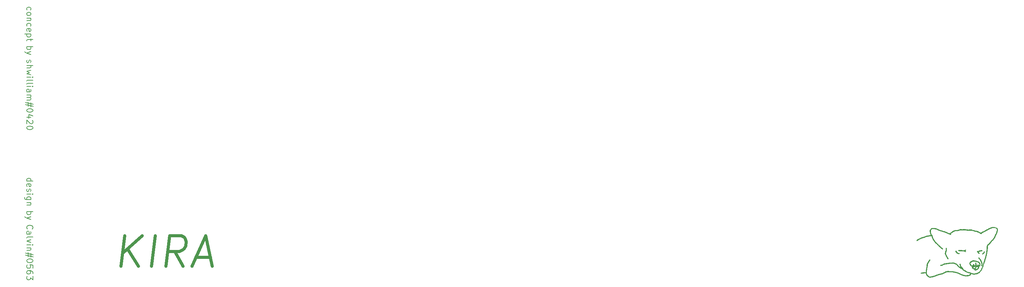
<source format=gbr>
%TF.GenerationSoftware,KiCad,Pcbnew,(7.0.0)*%
%TF.CreationDate,2023-09-11T13:22:16+02:00*%
%TF.ProjectId,kira plate,6b697261-2070-46c6-9174-652e6b696361,rev?*%
%TF.SameCoordinates,Original*%
%TF.FileFunction,Legend,Top*%
%TF.FilePolarity,Positive*%
%FSLAX46Y46*%
G04 Gerber Fmt 4.6, Leading zero omitted, Abs format (unit mm)*
G04 Created by KiCad (PCBNEW (7.0.0)) date 2023-09-11 13:22:16*
%MOMM*%
%LPD*%
G01*
G04 APERTURE LIST*
%ADD10C,0.150000*%
%ADD11C,0.800000*%
G04 APERTURE END LIST*
D10*
X16980742Y-34167135D02*
X16909313Y-34024277D01*
X16909313Y-34024277D02*
X16909313Y-33738563D01*
X16909313Y-33738563D02*
X16980742Y-33595706D01*
X16980742Y-33595706D02*
X17052170Y-33524277D01*
X17052170Y-33524277D02*
X17195027Y-33452849D01*
X17195027Y-33452849D02*
X17623599Y-33452849D01*
X17623599Y-33452849D02*
X17766456Y-33524277D01*
X17766456Y-33524277D02*
X17837885Y-33595706D01*
X17837885Y-33595706D02*
X17909313Y-33738563D01*
X17909313Y-33738563D02*
X17909313Y-34024277D01*
X17909313Y-34024277D02*
X17837885Y-34167135D01*
X16909313Y-35024277D02*
X16980742Y-34881420D01*
X16980742Y-34881420D02*
X17052170Y-34809991D01*
X17052170Y-34809991D02*
X17195027Y-34738563D01*
X17195027Y-34738563D02*
X17623599Y-34738563D01*
X17623599Y-34738563D02*
X17766456Y-34809991D01*
X17766456Y-34809991D02*
X17837885Y-34881420D01*
X17837885Y-34881420D02*
X17909313Y-35024277D01*
X17909313Y-35024277D02*
X17909313Y-35238563D01*
X17909313Y-35238563D02*
X17837885Y-35381420D01*
X17837885Y-35381420D02*
X17766456Y-35452849D01*
X17766456Y-35452849D02*
X17623599Y-35524277D01*
X17623599Y-35524277D02*
X17195027Y-35524277D01*
X17195027Y-35524277D02*
X17052170Y-35452849D01*
X17052170Y-35452849D02*
X16980742Y-35381420D01*
X16980742Y-35381420D02*
X16909313Y-35238563D01*
X16909313Y-35238563D02*
X16909313Y-35024277D01*
X17909313Y-36167134D02*
X16909313Y-36167134D01*
X17766456Y-36167134D02*
X17837885Y-36238563D01*
X17837885Y-36238563D02*
X17909313Y-36381420D01*
X17909313Y-36381420D02*
X17909313Y-36595706D01*
X17909313Y-36595706D02*
X17837885Y-36738563D01*
X17837885Y-36738563D02*
X17695027Y-36809992D01*
X17695027Y-36809992D02*
X16909313Y-36809992D01*
X16980742Y-38167135D02*
X16909313Y-38024277D01*
X16909313Y-38024277D02*
X16909313Y-37738563D01*
X16909313Y-37738563D02*
X16980742Y-37595706D01*
X16980742Y-37595706D02*
X17052170Y-37524277D01*
X17052170Y-37524277D02*
X17195027Y-37452849D01*
X17195027Y-37452849D02*
X17623599Y-37452849D01*
X17623599Y-37452849D02*
X17766456Y-37524277D01*
X17766456Y-37524277D02*
X17837885Y-37595706D01*
X17837885Y-37595706D02*
X17909313Y-37738563D01*
X17909313Y-37738563D02*
X17909313Y-38024277D01*
X17909313Y-38024277D02*
X17837885Y-38167135D01*
X16980742Y-39381420D02*
X16909313Y-39238563D01*
X16909313Y-39238563D02*
X16909313Y-38952849D01*
X16909313Y-38952849D02*
X16980742Y-38809991D01*
X16980742Y-38809991D02*
X17123599Y-38738563D01*
X17123599Y-38738563D02*
X17695027Y-38738563D01*
X17695027Y-38738563D02*
X17837885Y-38809991D01*
X17837885Y-38809991D02*
X17909313Y-38952849D01*
X17909313Y-38952849D02*
X17909313Y-39238563D01*
X17909313Y-39238563D02*
X17837885Y-39381420D01*
X17837885Y-39381420D02*
X17695027Y-39452849D01*
X17695027Y-39452849D02*
X17552170Y-39452849D01*
X17552170Y-39452849D02*
X17409313Y-38738563D01*
X17909313Y-40095705D02*
X16409313Y-40095705D01*
X17837885Y-40095705D02*
X17909313Y-40238563D01*
X17909313Y-40238563D02*
X17909313Y-40524277D01*
X17909313Y-40524277D02*
X17837885Y-40667134D01*
X17837885Y-40667134D02*
X17766456Y-40738563D01*
X17766456Y-40738563D02*
X17623599Y-40809991D01*
X17623599Y-40809991D02*
X17195027Y-40809991D01*
X17195027Y-40809991D02*
X17052170Y-40738563D01*
X17052170Y-40738563D02*
X16980742Y-40667134D01*
X16980742Y-40667134D02*
X16909313Y-40524277D01*
X16909313Y-40524277D02*
X16909313Y-40238563D01*
X16909313Y-40238563D02*
X16980742Y-40095705D01*
X17909313Y-41238563D02*
X17909313Y-41809991D01*
X18409313Y-41452848D02*
X17123599Y-41452848D01*
X17123599Y-41452848D02*
X16980742Y-41524277D01*
X16980742Y-41524277D02*
X16909313Y-41667134D01*
X16909313Y-41667134D02*
X16909313Y-41809991D01*
X16909313Y-43209991D02*
X18409313Y-43209991D01*
X17837885Y-43209991D02*
X17909313Y-43352849D01*
X17909313Y-43352849D02*
X17909313Y-43638563D01*
X17909313Y-43638563D02*
X17837885Y-43781420D01*
X17837885Y-43781420D02*
X17766456Y-43852849D01*
X17766456Y-43852849D02*
X17623599Y-43924277D01*
X17623599Y-43924277D02*
X17195027Y-43924277D01*
X17195027Y-43924277D02*
X17052170Y-43852849D01*
X17052170Y-43852849D02*
X16980742Y-43781420D01*
X16980742Y-43781420D02*
X16909313Y-43638563D01*
X16909313Y-43638563D02*
X16909313Y-43352849D01*
X16909313Y-43352849D02*
X16980742Y-43209991D01*
X17909313Y-44424277D02*
X16909313Y-44781420D01*
X17909313Y-45138563D02*
X16909313Y-44781420D01*
X16909313Y-44781420D02*
X16552170Y-44638563D01*
X16552170Y-44638563D02*
X16480742Y-44567134D01*
X16480742Y-44567134D02*
X16409313Y-44424277D01*
X16980742Y-46538563D02*
X16909313Y-46681420D01*
X16909313Y-46681420D02*
X16909313Y-46967134D01*
X16909313Y-46967134D02*
X16980742Y-47109991D01*
X16980742Y-47109991D02*
X17123599Y-47181420D01*
X17123599Y-47181420D02*
X17195027Y-47181420D01*
X17195027Y-47181420D02*
X17337885Y-47109991D01*
X17337885Y-47109991D02*
X17409313Y-46967134D01*
X17409313Y-46967134D02*
X17409313Y-46752849D01*
X17409313Y-46752849D02*
X17480742Y-46609991D01*
X17480742Y-46609991D02*
X17623599Y-46538563D01*
X17623599Y-46538563D02*
X17695027Y-46538563D01*
X17695027Y-46538563D02*
X17837885Y-46609991D01*
X17837885Y-46609991D02*
X17909313Y-46752849D01*
X17909313Y-46752849D02*
X17909313Y-46967134D01*
X17909313Y-46967134D02*
X17837885Y-47109991D01*
X16909313Y-47824277D02*
X18409313Y-47824277D01*
X16909313Y-48467135D02*
X17695027Y-48467135D01*
X17695027Y-48467135D02*
X17837885Y-48395706D01*
X17837885Y-48395706D02*
X17909313Y-48252849D01*
X17909313Y-48252849D02*
X17909313Y-48038563D01*
X17909313Y-48038563D02*
X17837885Y-47895706D01*
X17837885Y-47895706D02*
X17766456Y-47824277D01*
X17909313Y-49038563D02*
X16909313Y-49324278D01*
X16909313Y-49324278D02*
X17623599Y-49609992D01*
X17623599Y-49609992D02*
X16909313Y-49895706D01*
X16909313Y-49895706D02*
X17909313Y-50181420D01*
X16909313Y-50752849D02*
X17909313Y-50752849D01*
X18409313Y-50752849D02*
X18337885Y-50681421D01*
X18337885Y-50681421D02*
X18266456Y-50752849D01*
X18266456Y-50752849D02*
X18337885Y-50824278D01*
X18337885Y-50824278D02*
X18409313Y-50752849D01*
X18409313Y-50752849D02*
X18266456Y-50752849D01*
X16909313Y-51681421D02*
X16980742Y-51538564D01*
X16980742Y-51538564D02*
X17123599Y-51467135D01*
X17123599Y-51467135D02*
X18409313Y-51467135D01*
X16909313Y-52467135D02*
X16980742Y-52324278D01*
X16980742Y-52324278D02*
X17123599Y-52252849D01*
X17123599Y-52252849D02*
X18409313Y-52252849D01*
X16909313Y-53038563D02*
X17909313Y-53038563D01*
X18409313Y-53038563D02*
X18337885Y-52967135D01*
X18337885Y-52967135D02*
X18266456Y-53038563D01*
X18266456Y-53038563D02*
X18337885Y-53109992D01*
X18337885Y-53109992D02*
X18409313Y-53038563D01*
X18409313Y-53038563D02*
X18266456Y-53038563D01*
X16909313Y-54395707D02*
X17695027Y-54395707D01*
X17695027Y-54395707D02*
X17837885Y-54324278D01*
X17837885Y-54324278D02*
X17909313Y-54181421D01*
X17909313Y-54181421D02*
X17909313Y-53895707D01*
X17909313Y-53895707D02*
X17837885Y-53752849D01*
X16980742Y-54395707D02*
X16909313Y-54252849D01*
X16909313Y-54252849D02*
X16909313Y-53895707D01*
X16909313Y-53895707D02*
X16980742Y-53752849D01*
X16980742Y-53752849D02*
X17123599Y-53681421D01*
X17123599Y-53681421D02*
X17266456Y-53681421D01*
X17266456Y-53681421D02*
X17409313Y-53752849D01*
X17409313Y-53752849D02*
X17480742Y-53895707D01*
X17480742Y-53895707D02*
X17480742Y-54252849D01*
X17480742Y-54252849D02*
X17552170Y-54395707D01*
X16909313Y-55109992D02*
X17909313Y-55109992D01*
X17766456Y-55109992D02*
X17837885Y-55181421D01*
X17837885Y-55181421D02*
X17909313Y-55324278D01*
X17909313Y-55324278D02*
X17909313Y-55538564D01*
X17909313Y-55538564D02*
X17837885Y-55681421D01*
X17837885Y-55681421D02*
X17695027Y-55752850D01*
X17695027Y-55752850D02*
X16909313Y-55752850D01*
X17695027Y-55752850D02*
X17837885Y-55824278D01*
X17837885Y-55824278D02*
X17909313Y-55967135D01*
X17909313Y-55967135D02*
X17909313Y-56181421D01*
X17909313Y-56181421D02*
X17837885Y-56324278D01*
X17837885Y-56324278D02*
X17695027Y-56395707D01*
X17695027Y-56395707D02*
X16909313Y-56395707D01*
X17909313Y-57038564D02*
X17909313Y-58109992D01*
X18552170Y-57467135D02*
X16623599Y-57038564D01*
X17266456Y-57967135D02*
X17266456Y-56895707D01*
X16623599Y-57538564D02*
X18552170Y-57967135D01*
X18409313Y-58895707D02*
X18409313Y-59038564D01*
X18409313Y-59038564D02*
X18337885Y-59181421D01*
X18337885Y-59181421D02*
X18266456Y-59252850D01*
X18266456Y-59252850D02*
X18123599Y-59324278D01*
X18123599Y-59324278D02*
X17837885Y-59395707D01*
X17837885Y-59395707D02*
X17480742Y-59395707D01*
X17480742Y-59395707D02*
X17195027Y-59324278D01*
X17195027Y-59324278D02*
X17052170Y-59252850D01*
X17052170Y-59252850D02*
X16980742Y-59181421D01*
X16980742Y-59181421D02*
X16909313Y-59038564D01*
X16909313Y-59038564D02*
X16909313Y-58895707D01*
X16909313Y-58895707D02*
X16980742Y-58752850D01*
X16980742Y-58752850D02*
X17052170Y-58681421D01*
X17052170Y-58681421D02*
X17195027Y-58609992D01*
X17195027Y-58609992D02*
X17480742Y-58538564D01*
X17480742Y-58538564D02*
X17837885Y-58538564D01*
X17837885Y-58538564D02*
X18123599Y-58609992D01*
X18123599Y-58609992D02*
X18266456Y-58681421D01*
X18266456Y-58681421D02*
X18337885Y-58752850D01*
X18337885Y-58752850D02*
X18409313Y-58895707D01*
X17909313Y-60681421D02*
X16909313Y-60681421D01*
X18480742Y-60324278D02*
X17409313Y-59967135D01*
X17409313Y-59967135D02*
X17409313Y-60895706D01*
X18266456Y-61395706D02*
X18337885Y-61467134D01*
X18337885Y-61467134D02*
X18409313Y-61609992D01*
X18409313Y-61609992D02*
X18409313Y-61967134D01*
X18409313Y-61967134D02*
X18337885Y-62109992D01*
X18337885Y-62109992D02*
X18266456Y-62181420D01*
X18266456Y-62181420D02*
X18123599Y-62252849D01*
X18123599Y-62252849D02*
X17980742Y-62252849D01*
X17980742Y-62252849D02*
X17766456Y-62181420D01*
X17766456Y-62181420D02*
X16909313Y-61324277D01*
X16909313Y-61324277D02*
X16909313Y-62252849D01*
X18409313Y-63181420D02*
X18409313Y-63324277D01*
X18409313Y-63324277D02*
X18337885Y-63467134D01*
X18337885Y-63467134D02*
X18266456Y-63538563D01*
X18266456Y-63538563D02*
X18123599Y-63609991D01*
X18123599Y-63609991D02*
X17837885Y-63681420D01*
X17837885Y-63681420D02*
X17480742Y-63681420D01*
X17480742Y-63681420D02*
X17195027Y-63609991D01*
X17195027Y-63609991D02*
X17052170Y-63538563D01*
X17052170Y-63538563D02*
X16980742Y-63467134D01*
X16980742Y-63467134D02*
X16909313Y-63324277D01*
X16909313Y-63324277D02*
X16909313Y-63181420D01*
X16909313Y-63181420D02*
X16980742Y-63038563D01*
X16980742Y-63038563D02*
X17052170Y-62967134D01*
X17052170Y-62967134D02*
X17195027Y-62895705D01*
X17195027Y-62895705D02*
X17480742Y-62824277D01*
X17480742Y-62824277D02*
X17837885Y-62824277D01*
X17837885Y-62824277D02*
X18123599Y-62895705D01*
X18123599Y-62895705D02*
X18266456Y-62967134D01*
X18266456Y-62967134D02*
X18337885Y-63038563D01*
X18337885Y-63038563D02*
X18409313Y-63181420D01*
X16909313Y-76426063D02*
X18409313Y-76426063D01*
X16980742Y-76426063D02*
X16909313Y-76283205D01*
X16909313Y-76283205D02*
X16909313Y-75997491D01*
X16909313Y-75997491D02*
X16980742Y-75854634D01*
X16980742Y-75854634D02*
X17052170Y-75783205D01*
X17052170Y-75783205D02*
X17195027Y-75711777D01*
X17195027Y-75711777D02*
X17623599Y-75711777D01*
X17623599Y-75711777D02*
X17766456Y-75783205D01*
X17766456Y-75783205D02*
X17837885Y-75854634D01*
X17837885Y-75854634D02*
X17909313Y-75997491D01*
X17909313Y-75997491D02*
X17909313Y-76283205D01*
X17909313Y-76283205D02*
X17837885Y-76426063D01*
X16980742Y-77711777D02*
X16909313Y-77568920D01*
X16909313Y-77568920D02*
X16909313Y-77283206D01*
X16909313Y-77283206D02*
X16980742Y-77140348D01*
X16980742Y-77140348D02*
X17123599Y-77068920D01*
X17123599Y-77068920D02*
X17695027Y-77068920D01*
X17695027Y-77068920D02*
X17837885Y-77140348D01*
X17837885Y-77140348D02*
X17909313Y-77283206D01*
X17909313Y-77283206D02*
X17909313Y-77568920D01*
X17909313Y-77568920D02*
X17837885Y-77711777D01*
X17837885Y-77711777D02*
X17695027Y-77783206D01*
X17695027Y-77783206D02*
X17552170Y-77783206D01*
X17552170Y-77783206D02*
X17409313Y-77068920D01*
X16980742Y-78354634D02*
X16909313Y-78497491D01*
X16909313Y-78497491D02*
X16909313Y-78783205D01*
X16909313Y-78783205D02*
X16980742Y-78926062D01*
X16980742Y-78926062D02*
X17123599Y-78997491D01*
X17123599Y-78997491D02*
X17195027Y-78997491D01*
X17195027Y-78997491D02*
X17337885Y-78926062D01*
X17337885Y-78926062D02*
X17409313Y-78783205D01*
X17409313Y-78783205D02*
X17409313Y-78568920D01*
X17409313Y-78568920D02*
X17480742Y-78426062D01*
X17480742Y-78426062D02*
X17623599Y-78354634D01*
X17623599Y-78354634D02*
X17695027Y-78354634D01*
X17695027Y-78354634D02*
X17837885Y-78426062D01*
X17837885Y-78426062D02*
X17909313Y-78568920D01*
X17909313Y-78568920D02*
X17909313Y-78783205D01*
X17909313Y-78783205D02*
X17837885Y-78926062D01*
X16909313Y-79640348D02*
X17909313Y-79640348D01*
X18409313Y-79640348D02*
X18337885Y-79568920D01*
X18337885Y-79568920D02*
X18266456Y-79640348D01*
X18266456Y-79640348D02*
X18337885Y-79711777D01*
X18337885Y-79711777D02*
X18409313Y-79640348D01*
X18409313Y-79640348D02*
X18266456Y-79640348D01*
X17909313Y-80997492D02*
X16695027Y-80997492D01*
X16695027Y-80997492D02*
X16552170Y-80926063D01*
X16552170Y-80926063D02*
X16480742Y-80854634D01*
X16480742Y-80854634D02*
X16409313Y-80711777D01*
X16409313Y-80711777D02*
X16409313Y-80497492D01*
X16409313Y-80497492D02*
X16480742Y-80354634D01*
X16980742Y-80997492D02*
X16909313Y-80854634D01*
X16909313Y-80854634D02*
X16909313Y-80568920D01*
X16909313Y-80568920D02*
X16980742Y-80426063D01*
X16980742Y-80426063D02*
X17052170Y-80354634D01*
X17052170Y-80354634D02*
X17195027Y-80283206D01*
X17195027Y-80283206D02*
X17623599Y-80283206D01*
X17623599Y-80283206D02*
X17766456Y-80354634D01*
X17766456Y-80354634D02*
X17837885Y-80426063D01*
X17837885Y-80426063D02*
X17909313Y-80568920D01*
X17909313Y-80568920D02*
X17909313Y-80854634D01*
X17909313Y-80854634D02*
X17837885Y-80997492D01*
X17909313Y-81711777D02*
X16909313Y-81711777D01*
X17766456Y-81711777D02*
X17837885Y-81783206D01*
X17837885Y-81783206D02*
X17909313Y-81926063D01*
X17909313Y-81926063D02*
X17909313Y-82140349D01*
X17909313Y-82140349D02*
X17837885Y-82283206D01*
X17837885Y-82283206D02*
X17695027Y-82354635D01*
X17695027Y-82354635D02*
X16909313Y-82354635D01*
X16909313Y-83968920D02*
X18409313Y-83968920D01*
X17837885Y-83968920D02*
X17909313Y-84111778D01*
X17909313Y-84111778D02*
X17909313Y-84397492D01*
X17909313Y-84397492D02*
X17837885Y-84540349D01*
X17837885Y-84540349D02*
X17766456Y-84611778D01*
X17766456Y-84611778D02*
X17623599Y-84683206D01*
X17623599Y-84683206D02*
X17195027Y-84683206D01*
X17195027Y-84683206D02*
X17052170Y-84611778D01*
X17052170Y-84611778D02*
X16980742Y-84540349D01*
X16980742Y-84540349D02*
X16909313Y-84397492D01*
X16909313Y-84397492D02*
X16909313Y-84111778D01*
X16909313Y-84111778D02*
X16980742Y-83968920D01*
X17909313Y-85183206D02*
X16909313Y-85540349D01*
X17909313Y-85897492D02*
X16909313Y-85540349D01*
X16909313Y-85540349D02*
X16552170Y-85397492D01*
X16552170Y-85397492D02*
X16480742Y-85326063D01*
X16480742Y-85326063D02*
X16409313Y-85183206D01*
X17052170Y-88226063D02*
X16980742Y-88154635D01*
X16980742Y-88154635D02*
X16909313Y-87940349D01*
X16909313Y-87940349D02*
X16909313Y-87797492D01*
X16909313Y-87797492D02*
X16980742Y-87583206D01*
X16980742Y-87583206D02*
X17123599Y-87440349D01*
X17123599Y-87440349D02*
X17266456Y-87368920D01*
X17266456Y-87368920D02*
X17552170Y-87297492D01*
X17552170Y-87297492D02*
X17766456Y-87297492D01*
X17766456Y-87297492D02*
X18052170Y-87368920D01*
X18052170Y-87368920D02*
X18195027Y-87440349D01*
X18195027Y-87440349D02*
X18337885Y-87583206D01*
X18337885Y-87583206D02*
X18409313Y-87797492D01*
X18409313Y-87797492D02*
X18409313Y-87940349D01*
X18409313Y-87940349D02*
X18337885Y-88154635D01*
X18337885Y-88154635D02*
X18266456Y-88226063D01*
X16909313Y-89511778D02*
X17695027Y-89511778D01*
X17695027Y-89511778D02*
X17837885Y-89440349D01*
X17837885Y-89440349D02*
X17909313Y-89297492D01*
X17909313Y-89297492D02*
X17909313Y-89011778D01*
X17909313Y-89011778D02*
X17837885Y-88868920D01*
X16980742Y-89511778D02*
X16909313Y-89368920D01*
X16909313Y-89368920D02*
X16909313Y-89011778D01*
X16909313Y-89011778D02*
X16980742Y-88868920D01*
X16980742Y-88868920D02*
X17123599Y-88797492D01*
X17123599Y-88797492D02*
X17266456Y-88797492D01*
X17266456Y-88797492D02*
X17409313Y-88868920D01*
X17409313Y-88868920D02*
X17480742Y-89011778D01*
X17480742Y-89011778D02*
X17480742Y-89368920D01*
X17480742Y-89368920D02*
X17552170Y-89511778D01*
X16909313Y-90440349D02*
X16980742Y-90297492D01*
X16980742Y-90297492D02*
X17123599Y-90226063D01*
X17123599Y-90226063D02*
X18409313Y-90226063D01*
X17909313Y-90868920D02*
X16909313Y-91226063D01*
X16909313Y-91226063D02*
X17909313Y-91583206D01*
X16909313Y-92154634D02*
X17909313Y-92154634D01*
X18409313Y-92154634D02*
X18337885Y-92083206D01*
X18337885Y-92083206D02*
X18266456Y-92154634D01*
X18266456Y-92154634D02*
X18337885Y-92226063D01*
X18337885Y-92226063D02*
X18409313Y-92154634D01*
X18409313Y-92154634D02*
X18266456Y-92154634D01*
X17909313Y-92868920D02*
X16909313Y-92868920D01*
X17766456Y-92868920D02*
X17837885Y-92940349D01*
X17837885Y-92940349D02*
X17909313Y-93083206D01*
X17909313Y-93083206D02*
X17909313Y-93297492D01*
X17909313Y-93297492D02*
X17837885Y-93440349D01*
X17837885Y-93440349D02*
X17695027Y-93511778D01*
X17695027Y-93511778D02*
X16909313Y-93511778D01*
X17909313Y-94154635D02*
X17909313Y-95226063D01*
X18552170Y-94583206D02*
X16623599Y-94154635D01*
X17266456Y-95083206D02*
X17266456Y-94011778D01*
X16623599Y-94654635D02*
X18552170Y-95083206D01*
X18409313Y-96011778D02*
X18409313Y-96154635D01*
X18409313Y-96154635D02*
X18337885Y-96297492D01*
X18337885Y-96297492D02*
X18266456Y-96368921D01*
X18266456Y-96368921D02*
X18123599Y-96440349D01*
X18123599Y-96440349D02*
X17837885Y-96511778D01*
X17837885Y-96511778D02*
X17480742Y-96511778D01*
X17480742Y-96511778D02*
X17195027Y-96440349D01*
X17195027Y-96440349D02*
X17052170Y-96368921D01*
X17052170Y-96368921D02*
X16980742Y-96297492D01*
X16980742Y-96297492D02*
X16909313Y-96154635D01*
X16909313Y-96154635D02*
X16909313Y-96011778D01*
X16909313Y-96011778D02*
X16980742Y-95868921D01*
X16980742Y-95868921D02*
X17052170Y-95797492D01*
X17052170Y-95797492D02*
X17195027Y-95726063D01*
X17195027Y-95726063D02*
X17480742Y-95654635D01*
X17480742Y-95654635D02*
X17837885Y-95654635D01*
X17837885Y-95654635D02*
X18123599Y-95726063D01*
X18123599Y-95726063D02*
X18266456Y-95797492D01*
X18266456Y-95797492D02*
X18337885Y-95868921D01*
X18337885Y-95868921D02*
X18409313Y-96011778D01*
X18409313Y-97868920D02*
X18409313Y-97154634D01*
X18409313Y-97154634D02*
X17695027Y-97083206D01*
X17695027Y-97083206D02*
X17766456Y-97154634D01*
X17766456Y-97154634D02*
X17837885Y-97297492D01*
X17837885Y-97297492D02*
X17837885Y-97654634D01*
X17837885Y-97654634D02*
X17766456Y-97797492D01*
X17766456Y-97797492D02*
X17695027Y-97868920D01*
X17695027Y-97868920D02*
X17552170Y-97940349D01*
X17552170Y-97940349D02*
X17195027Y-97940349D01*
X17195027Y-97940349D02*
X17052170Y-97868920D01*
X17052170Y-97868920D02*
X16980742Y-97797492D01*
X16980742Y-97797492D02*
X16909313Y-97654634D01*
X16909313Y-97654634D02*
X16909313Y-97297492D01*
X16909313Y-97297492D02*
X16980742Y-97154634D01*
X16980742Y-97154634D02*
X17052170Y-97083206D01*
X18409313Y-99226063D02*
X18409313Y-98940348D01*
X18409313Y-98940348D02*
X18337885Y-98797491D01*
X18337885Y-98797491D02*
X18266456Y-98726063D01*
X18266456Y-98726063D02*
X18052170Y-98583205D01*
X18052170Y-98583205D02*
X17766456Y-98511777D01*
X17766456Y-98511777D02*
X17195027Y-98511777D01*
X17195027Y-98511777D02*
X17052170Y-98583205D01*
X17052170Y-98583205D02*
X16980742Y-98654634D01*
X16980742Y-98654634D02*
X16909313Y-98797491D01*
X16909313Y-98797491D02*
X16909313Y-99083205D01*
X16909313Y-99083205D02*
X16980742Y-99226063D01*
X16980742Y-99226063D02*
X17052170Y-99297491D01*
X17052170Y-99297491D02*
X17195027Y-99368920D01*
X17195027Y-99368920D02*
X17552170Y-99368920D01*
X17552170Y-99368920D02*
X17695027Y-99297491D01*
X17695027Y-99297491D02*
X17766456Y-99226063D01*
X17766456Y-99226063D02*
X17837885Y-99083205D01*
X17837885Y-99083205D02*
X17837885Y-98797491D01*
X17837885Y-98797491D02*
X17766456Y-98654634D01*
X17766456Y-98654634D02*
X17695027Y-98583205D01*
X17695027Y-98583205D02*
X17552170Y-98511777D01*
X18409313Y-99868919D02*
X18409313Y-100797491D01*
X18409313Y-100797491D02*
X17837885Y-100297491D01*
X17837885Y-100297491D02*
X17837885Y-100511776D01*
X17837885Y-100511776D02*
X17766456Y-100654634D01*
X17766456Y-100654634D02*
X17695027Y-100726062D01*
X17695027Y-100726062D02*
X17552170Y-100797491D01*
X17552170Y-100797491D02*
X17195027Y-100797491D01*
X17195027Y-100797491D02*
X17052170Y-100726062D01*
X17052170Y-100726062D02*
X16980742Y-100654634D01*
X16980742Y-100654634D02*
X16909313Y-100511776D01*
X16909313Y-100511776D02*
X16909313Y-100083205D01*
X16909313Y-100083205D02*
X16980742Y-99940348D01*
X16980742Y-99940348D02*
X17052170Y-99868919D01*
D11*
X40128242Y-97359991D02*
X41065742Y-89859991D01*
X44413956Y-97359991D02*
X41735385Y-93074276D01*
X45351456Y-89859991D02*
X40530027Y-94145705D01*
X47628242Y-97359991D02*
X48565742Y-89859991D01*
X55485385Y-97359991D02*
X53431814Y-93788562D01*
X51199671Y-97359991D02*
X52137171Y-89859991D01*
X52137171Y-89859991D02*
X54994314Y-89859991D01*
X54994314Y-89859991D02*
X55663956Y-90217134D01*
X55663956Y-90217134D02*
X55976456Y-90574276D01*
X55976456Y-90574276D02*
X56244314Y-91288562D01*
X56244314Y-91288562D02*
X56110385Y-92359991D01*
X56110385Y-92359991D02*
X55663956Y-93074276D01*
X55663956Y-93074276D02*
X55262171Y-93431419D01*
X55262171Y-93431419D02*
X54503242Y-93788562D01*
X54503242Y-93788562D02*
X51646099Y-93788562D01*
X58610385Y-95217134D02*
X62181814Y-95217134D01*
X57628242Y-97359991D02*
X61065742Y-89859991D01*
X61065742Y-89859991D02*
X62628242Y-97359991D01*
%TO.C,G\u002A\u002A\u002A*%
G36*
X256403568Y-88035491D02*
G01*
X256463241Y-88130357D01*
X256518005Y-88247597D01*
X256542890Y-88376745D01*
X256537719Y-88516110D01*
X256514570Y-88624372D01*
X256493795Y-88699053D01*
X256474127Y-88772541D01*
X256459174Y-88831290D01*
X256456807Y-88841187D01*
X256441648Y-88897326D01*
X256425055Y-88946736D01*
X256419067Y-88961065D01*
X256405330Y-89005828D01*
X256397467Y-89060064D01*
X256397151Y-89066041D01*
X256394640Y-89085656D01*
X256387723Y-89112264D01*
X256375249Y-89148549D01*
X256356065Y-89197195D01*
X256329023Y-89260884D01*
X256292971Y-89342299D01*
X256246758Y-89444125D01*
X256189235Y-89569045D01*
X256119249Y-89719742D01*
X256088805Y-89785058D01*
X256013262Y-89946690D01*
X255949561Y-90082084D01*
X255895935Y-90194705D01*
X255850618Y-90288016D01*
X255811845Y-90365480D01*
X255777848Y-90430559D01*
X255746862Y-90486716D01*
X255717120Y-90537417D01*
X255686858Y-90586122D01*
X255656033Y-90633673D01*
X255583913Y-90741542D01*
X255522414Y-90828060D01*
X255465496Y-90899982D01*
X255407120Y-90964059D01*
X255341245Y-91027043D01*
X255261830Y-91095684D01*
X255189559Y-91155096D01*
X255109598Y-91230136D01*
X255037656Y-91315682D01*
X255021798Y-91338202D01*
X254982359Y-91393463D01*
X254943894Y-91441519D01*
X254914381Y-91472435D01*
X254913108Y-91473498D01*
X254888004Y-91499581D01*
X254849916Y-91545854D01*
X254804255Y-91605504D01*
X254761697Y-91664227D01*
X254710788Y-91734002D01*
X254659542Y-91800222D01*
X254614615Y-91854497D01*
X254587656Y-91883714D01*
X254544347Y-91928077D01*
X254491560Y-91984753D01*
X254442708Y-92039232D01*
X254387940Y-92097460D01*
X254326715Y-92156122D01*
X254277140Y-92198554D01*
X254233531Y-92233765D01*
X254201555Y-92261582D01*
X254188870Y-92275022D01*
X254172221Y-92289169D01*
X254137001Y-92310701D01*
X254122062Y-92318790D01*
X254060652Y-92350985D01*
X254061780Y-92428740D01*
X254060451Y-92479554D01*
X254055785Y-92518205D01*
X254052884Y-92527991D01*
X254048989Y-92556824D01*
X254051567Y-92602358D01*
X254053628Y-92617269D01*
X254056480Y-92674248D01*
X254051473Y-92741752D01*
X254046334Y-92772890D01*
X254037575Y-92837039D01*
X254033066Y-92914982D01*
X254033431Y-92977508D01*
X254032764Y-93049752D01*
X254025878Y-93121381D01*
X254015895Y-93170447D01*
X254004385Y-93226798D01*
X254002127Y-93278985D01*
X254004264Y-93294751D01*
X254008853Y-93337299D01*
X254004366Y-93366891D01*
X253995454Y-93399455D01*
X253985914Y-93454409D01*
X253976934Y-93521521D01*
X253969701Y-93590561D01*
X253965405Y-93651300D01*
X253965233Y-93693508D01*
X253965812Y-93698919D01*
X253965212Y-93735845D01*
X253957779Y-93792651D01*
X253945083Y-93857647D01*
X253943680Y-93863738D01*
X253929846Y-93934065D01*
X253920719Y-94002327D01*
X253918242Y-94053916D01*
X253918267Y-94054518D01*
X253915113Y-94095874D01*
X253904379Y-94160464D01*
X253887648Y-94240166D01*
X253866507Y-94326855D01*
X253861254Y-94346682D01*
X253839554Y-94430761D01*
X253821692Y-94506594D01*
X253809210Y-94567120D01*
X253803648Y-94605282D01*
X253803544Y-94611067D01*
X253799515Y-94646605D01*
X253786764Y-94701481D01*
X253767953Y-94764410D01*
X253765941Y-94770417D01*
X253724865Y-94907883D01*
X253689405Y-95056898D01*
X253664983Y-95193241D01*
X253651004Y-95261606D01*
X253626168Y-95352590D01*
X253592737Y-95458894D01*
X253552971Y-95573218D01*
X253521126Y-95657839D01*
X253479099Y-95767202D01*
X253447913Y-95852505D01*
X253425777Y-95919815D01*
X253410902Y-95975200D01*
X253401502Y-96024729D01*
X253395785Y-96074469D01*
X253394821Y-96086350D01*
X253390765Y-96128183D01*
X253384251Y-96167190D01*
X253373415Y-96208872D01*
X253356394Y-96258731D01*
X253331325Y-96322269D01*
X253296342Y-96404989D01*
X253253744Y-96502899D01*
X253203959Y-96617232D01*
X253165954Y-96706561D01*
X253138066Y-96775652D01*
X253118633Y-96829276D01*
X253105990Y-96872202D01*
X253098476Y-96909198D01*
X253094425Y-96945033D01*
X253093224Y-96963227D01*
X253085567Y-97007219D01*
X253065908Y-97078110D01*
X253034035Y-97176529D01*
X252989739Y-97303104D01*
X252932806Y-97458464D01*
X252872865Y-97617439D01*
X252818856Y-97753819D01*
X252759838Y-97893362D01*
X252697738Y-98032266D01*
X252634478Y-98166729D01*
X252571987Y-98292945D01*
X252512188Y-98407114D01*
X252457006Y-98505430D01*
X252408368Y-98584093D01*
X252368198Y-98639298D01*
X252342831Y-98664462D01*
X252304754Y-98696899D01*
X252278348Y-98729010D01*
X252276409Y-98732615D01*
X252251181Y-98766450D01*
X252222333Y-98791978D01*
X252192694Y-98822748D01*
X252161076Y-98870032D01*
X252147558Y-98895726D01*
X252123429Y-98939650D01*
X252101363Y-98968451D01*
X252091702Y-98974625D01*
X252076038Y-98980872D01*
X252047346Y-98998656D01*
X252002560Y-99030137D01*
X251938622Y-99077476D01*
X251852467Y-99142829D01*
X251843753Y-99149490D01*
X251800362Y-99175981D01*
X251759468Y-99190906D01*
X251755517Y-99191496D01*
X251722140Y-99203390D01*
X251674749Y-99229870D01*
X251631908Y-99259196D01*
X251576812Y-99295978D01*
X251513846Y-99328524D01*
X251439006Y-99358033D01*
X251348289Y-99385702D01*
X251237689Y-99412732D01*
X251103203Y-99440319D01*
X250940827Y-99469664D01*
X250912819Y-99474461D01*
X250686831Y-99498122D01*
X250470320Y-99490533D01*
X250263216Y-99451690D01*
X250124779Y-99406278D01*
X250056167Y-99381243D01*
X249996860Y-99362622D01*
X249954629Y-99352690D01*
X249939570Y-99352075D01*
X249915928Y-99371682D01*
X249885242Y-99420649D01*
X249857889Y-99475713D01*
X249806330Y-99570936D01*
X249746916Y-99646866D01*
X249673218Y-99709102D01*
X249578808Y-99763250D01*
X249477773Y-99806981D01*
X249393308Y-99836407D01*
X249301512Y-99862305D01*
X249211054Y-99882798D01*
X249130605Y-99896014D01*
X249068840Y-99900074D01*
X249052744Y-99898920D01*
X249016720Y-99898860D01*
X248961937Y-99903910D01*
X248913468Y-99910875D01*
X248838574Y-99920453D01*
X248758086Y-99926320D01*
X248716459Y-99927247D01*
X248662564Y-99928354D01*
X248622122Y-99931909D01*
X248607060Y-99935745D01*
X248581217Y-99938766D01*
X248530484Y-99933805D01*
X248461359Y-99921953D01*
X248380333Y-99904296D01*
X248306149Y-99885317D01*
X248237744Y-99868285D01*
X248170891Y-99854415D01*
X248125567Y-99847420D01*
X248075030Y-99838607D01*
X248008928Y-99820835D01*
X247925345Y-99793364D01*
X247822365Y-99755457D01*
X247698072Y-99706376D01*
X247550549Y-99645382D01*
X247377881Y-99571735D01*
X247178151Y-99484698D01*
X247132564Y-99464638D01*
X246975185Y-99395433D01*
X246844542Y-99338410D01*
X246737572Y-99292373D01*
X246651211Y-99256121D01*
X246582391Y-99228459D01*
X246528050Y-99208187D01*
X246485122Y-99194109D01*
X246450541Y-99185024D01*
X246421244Y-99179736D01*
X246397429Y-99177274D01*
X246352720Y-99168039D01*
X246303800Y-99150104D01*
X246303482Y-99149956D01*
X246247481Y-99128434D01*
X246167707Y-99103769D01*
X246072631Y-99078053D01*
X245970727Y-99053376D01*
X245870469Y-99031828D01*
X245780328Y-99015502D01*
X245730843Y-99008642D01*
X245656197Y-98999075D01*
X245586126Y-98988275D01*
X245532676Y-98978150D01*
X245521069Y-98975371D01*
X245459810Y-98964493D01*
X245397042Y-98960622D01*
X245393592Y-98960698D01*
X245342537Y-98957578D01*
X245276521Y-98947574D01*
X245224698Y-98936386D01*
X245165390Y-98924362D01*
X245097419Y-98916636D01*
X245015226Y-98913006D01*
X244913255Y-98913273D01*
X244785945Y-98917234D01*
X244744044Y-98919021D01*
X244681928Y-98920437D01*
X244631444Y-98919116D01*
X244602475Y-98915352D01*
X244600901Y-98914743D01*
X244576032Y-98910634D01*
X244527178Y-98907883D01*
X244463011Y-98906881D01*
X244431529Y-98907103D01*
X244355875Y-98906763D01*
X244284386Y-98904027D01*
X244229306Y-98899436D01*
X244216931Y-98897626D01*
X244166334Y-98893002D01*
X244124500Y-98896159D01*
X244117930Y-98898029D01*
X244084468Y-98904043D01*
X244031181Y-98907443D01*
X243981964Y-98907652D01*
X243891150Y-98912020D01*
X243806234Y-98931617D01*
X243717509Y-98969538D01*
X243629007Y-99020255D01*
X243553892Y-99066763D01*
X243496705Y-99101257D01*
X243447732Y-99129136D01*
X243397257Y-99155797D01*
X243335568Y-99186639D01*
X243285129Y-99211351D01*
X243201062Y-99252929D01*
X243108926Y-99299310D01*
X243024776Y-99342388D01*
X243001052Y-99354730D01*
X242936614Y-99385555D01*
X242877866Y-99408569D01*
X242834168Y-99420298D01*
X242822518Y-99421022D01*
X242782048Y-99423906D01*
X242725193Y-99434832D01*
X242681437Y-99446455D01*
X242567876Y-99480161D01*
X242477755Y-99505758D01*
X242403471Y-99525308D01*
X242337421Y-99540879D01*
X242319067Y-99544871D01*
X242255852Y-99559518D01*
X242196026Y-99575209D01*
X242169323Y-99583182D01*
X242117699Y-99596687D01*
X242054311Y-99609080D01*
X242029084Y-99612908D01*
X241986145Y-99622599D01*
X241918302Y-99642613D01*
X241830913Y-99670977D01*
X241729336Y-99705723D01*
X241618934Y-99744880D01*
X241505064Y-99786479D01*
X241393086Y-99828550D01*
X241288359Y-99869121D01*
X241196243Y-99906226D01*
X241122098Y-99937893D01*
X241071282Y-99962151D01*
X241057801Y-99969902D01*
X241002196Y-99998031D01*
X240931391Y-100023881D01*
X240874010Y-100038859D01*
X240805382Y-100054912D01*
X240721181Y-100077678D01*
X240636632Y-100102975D01*
X240613486Y-100110429D01*
X240536743Y-100133551D01*
X240460426Y-100153031D01*
X240397260Y-100165733D01*
X240379312Y-100168134D01*
X240311138Y-100176417D01*
X240225356Y-100188636D01*
X240134600Y-100202821D01*
X240051501Y-100216999D01*
X239990566Y-100228794D01*
X239947645Y-100237098D01*
X239886965Y-100247726D01*
X239833469Y-100256486D01*
X239786727Y-100263351D01*
X239750330Y-100265490D01*
X239716029Y-100261130D01*
X239675577Y-100248496D01*
X239620725Y-100225814D01*
X239555008Y-100196589D01*
X239480311Y-100161670D01*
X239411457Y-100126885D01*
X239357143Y-100096771D01*
X239330325Y-100079338D01*
X239277825Y-100043893D01*
X239221941Y-100012240D01*
X239217868Y-100010237D01*
X239173252Y-99981648D01*
X239139796Y-99948223D01*
X239136135Y-99942582D01*
X239114880Y-99913333D01*
X239077423Y-99868660D01*
X239030466Y-99816432D01*
X239010432Y-99795088D01*
X238927099Y-99696378D01*
X238860063Y-99594429D01*
X238813362Y-99496220D01*
X238792220Y-99417925D01*
X238778856Y-99354175D01*
X238759252Y-99288065D01*
X238754935Y-99276228D01*
X238728172Y-99206233D01*
X238605997Y-99178359D01*
X238543923Y-99166179D01*
X238486925Y-99160662D01*
X238427857Y-99162484D01*
X238359570Y-99172322D01*
X238274918Y-99190854D01*
X238166754Y-99218758D01*
X238159643Y-99220669D01*
X238079632Y-99239627D01*
X238001434Y-99253742D01*
X237936354Y-99261171D01*
X237908246Y-99261650D01*
X237844577Y-99261126D01*
X237768820Y-99264386D01*
X237719965Y-99268474D01*
X237629638Y-99269066D01*
X237558078Y-99251491D01*
X237508217Y-99218144D01*
X237482990Y-99171417D01*
X237485331Y-99113705D01*
X237495796Y-99085563D01*
X237534478Y-99039735D01*
X237602450Y-99005840D01*
X237700119Y-98983753D01*
X237827890Y-98973338D01*
X237849057Y-98972787D01*
X237981249Y-98961563D01*
X238092949Y-98934335D01*
X238105045Y-98929885D01*
X238159842Y-98910851D01*
X238203422Y-98899416D01*
X238226181Y-98898035D01*
X238252151Y-98899281D01*
X238294340Y-98892207D01*
X238304669Y-98889598D01*
X238385563Y-98876675D01*
X238480728Y-98874505D01*
X238573685Y-98882811D01*
X238629833Y-98895073D01*
X238675408Y-98907790D01*
X238707417Y-98914877D01*
X238713999Y-98915451D01*
X238725163Y-98899561D01*
X238732235Y-98859794D01*
X238734478Y-98804771D01*
X238731149Y-98743113D01*
X238729812Y-98731252D01*
X238727160Y-98672797D01*
X238731696Y-98617947D01*
X238733968Y-98607029D01*
X238741243Y-98558705D01*
X238744322Y-98497603D01*
X238743998Y-98472548D01*
X238748649Y-98406589D01*
X238764909Y-98324228D01*
X238783521Y-98258775D01*
X238807900Y-98171892D01*
X238818668Y-98097373D01*
X238818041Y-98019001D01*
X238817455Y-98010577D01*
X238818016Y-97917398D01*
X238830304Y-97812594D01*
X238851932Y-97710109D01*
X238880517Y-97623890D01*
X238885473Y-97612759D01*
X238899288Y-97573454D01*
X238901589Y-97545177D01*
X238901477Y-97544803D01*
X238900672Y-97518609D01*
X238904763Y-97470511D01*
X238912302Y-97410650D01*
X238921837Y-97349168D01*
X238931916Y-97296204D01*
X238941090Y-97261903D01*
X238942388Y-97258801D01*
X238947709Y-97228679D01*
X238948127Y-97180315D01*
X238946335Y-97153749D01*
X238946473Y-97067817D01*
X238959682Y-96968690D01*
X238983532Y-96864386D01*
X239015588Y-96762922D01*
X239053419Y-96672316D01*
X239094591Y-96600586D01*
X239124894Y-96565171D01*
X239139247Y-96550344D01*
X239156199Y-96528655D01*
X239177597Y-96497035D01*
X239205289Y-96452414D01*
X239241121Y-96391722D01*
X239286943Y-96311888D01*
X239344600Y-96209843D01*
X239415940Y-96082518D01*
X239423538Y-96068920D01*
X239489373Y-95955221D01*
X239545149Y-95868842D01*
X239593330Y-95806926D01*
X239636381Y-95766618D01*
X239676763Y-95745062D01*
X239707826Y-95739437D01*
X239772041Y-95750205D01*
X239818372Y-95784340D01*
X239843072Y-95835753D01*
X239842391Y-95898355D01*
X239829263Y-95936597D01*
X239809233Y-95972701D01*
X239776219Y-96025361D01*
X239736460Y-96084723D01*
X239725412Y-96100575D01*
X239682643Y-96164637D01*
X239643179Y-96229387D01*
X239614423Y-96282565D01*
X239610751Y-96290418D01*
X239579379Y-96355918D01*
X239540305Y-96431214D01*
X239497053Y-96510211D01*
X239453146Y-96586819D01*
X239412106Y-96654945D01*
X239377459Y-96708498D01*
X239352724Y-96741385D01*
X239346550Y-96747277D01*
X239309449Y-96790346D01*
X239276607Y-96856989D01*
X239250776Y-96938145D01*
X239234708Y-97024753D01*
X239231156Y-97107754D01*
X239232233Y-97123603D01*
X239232256Y-97180081D01*
X239225450Y-97251397D01*
X239215117Y-97312662D01*
X239201589Y-97389941D01*
X239191289Y-97473125D01*
X239187247Y-97528515D01*
X239181376Y-97592293D01*
X239170257Y-97650328D01*
X239160138Y-97680794D01*
X239136303Y-97743115D01*
X239116038Y-97816059D01*
X239101836Y-97888086D01*
X239096186Y-97947655D01*
X239097570Y-97970569D01*
X239106271Y-98099784D01*
X239086505Y-98222875D01*
X239070874Y-98271687D01*
X239050413Y-98340839D01*
X239037851Y-98408539D01*
X239035555Y-98449681D01*
X239033725Y-98513435D01*
X239025216Y-98581512D01*
X239022360Y-98595900D01*
X239014821Y-98657380D01*
X239016202Y-98718572D01*
X239018401Y-98733015D01*
X239023517Y-98790002D01*
X239020911Y-98854474D01*
X239018751Y-98870800D01*
X239014648Y-98931221D01*
X239019184Y-98989636D01*
X239022213Y-99003640D01*
X239030335Y-99061295D01*
X239028057Y-99118577D01*
X239028387Y-99171762D01*
X239041099Y-99244169D01*
X239063381Y-99326104D01*
X239092420Y-99407864D01*
X239125405Y-99479757D01*
X239140231Y-99505428D01*
X239183003Y-99563594D01*
X239234760Y-99621306D01*
X239254850Y-99640378D01*
X239302567Y-99686026D01*
X239346982Y-99733924D01*
X239362919Y-99753348D01*
X239394747Y-99786417D01*
X239443598Y-99822697D01*
X239514548Y-99865693D01*
X239570314Y-99896427D01*
X239736562Y-99985827D01*
X239834669Y-99966359D01*
X239913269Y-99951379D01*
X240005183Y-99934803D01*
X240099602Y-99918488D01*
X240185717Y-99904297D01*
X240252718Y-99894087D01*
X240262816Y-99892694D01*
X240373731Y-99875631D01*
X240469032Y-99855385D01*
X240565770Y-99828267D01*
X240577537Y-99824611D01*
X240651400Y-99803186D01*
X240728928Y-99783360D01*
X240783874Y-99771342D01*
X240849965Y-99752647D01*
X240914714Y-99724763D01*
X240942210Y-99708567D01*
X240975851Y-99690535D01*
X241034841Y-99664184D01*
X241114265Y-99631319D01*
X241209215Y-99593749D01*
X241314776Y-99553276D01*
X241426038Y-99511708D01*
X241538087Y-99470850D01*
X241646014Y-99432507D01*
X241744904Y-99398487D01*
X241829846Y-99370592D01*
X241895928Y-99350632D01*
X241938238Y-99340409D01*
X241946229Y-99339477D01*
X241984536Y-99334120D01*
X242045011Y-99321436D01*
X242118531Y-99303473D01*
X242177736Y-99287489D01*
X242257641Y-99265099D01*
X242333763Y-99243978D01*
X242395907Y-99226946D01*
X242426014Y-99218863D01*
X242484010Y-99203027D01*
X242553378Y-99183326D01*
X242592038Y-99172026D01*
X242654523Y-99156088D01*
X242714114Y-99145057D01*
X242743773Y-99142079D01*
X242780294Y-99133883D01*
X242837699Y-99113042D01*
X242908255Y-99082663D01*
X242984229Y-99045853D01*
X242987739Y-99044051D01*
X243070099Y-99001746D01*
X243152913Y-98959406D01*
X243226031Y-98922208D01*
X243275342Y-98897314D01*
X243338623Y-98863722D01*
X243414834Y-98820564D01*
X243489512Y-98776073D01*
X243503874Y-98767189D01*
X243608504Y-98705949D01*
X243697495Y-98664041D01*
X243779194Y-98638612D01*
X243861941Y-98626808D01*
X243919449Y-98625088D01*
X243984494Y-98623413D01*
X244039874Y-98618516D01*
X244074821Y-98611404D01*
X244077377Y-98610334D01*
X244110611Y-98604405D01*
X244162548Y-98605212D01*
X244203725Y-98609933D01*
X244272048Y-98617456D01*
X244341382Y-98620112D01*
X244372843Y-98619044D01*
X244436226Y-98617374D01*
X244507735Y-98619946D01*
X244533624Y-98622103D01*
X244594798Y-98626514D01*
X244671740Y-98629534D01*
X244745985Y-98630499D01*
X244874439Y-98630280D01*
X244974764Y-98630703D01*
X245051497Y-98631966D01*
X245109177Y-98634258D01*
X245152338Y-98637773D01*
X245185520Y-98642703D01*
X245213258Y-98649240D01*
X245217771Y-98650529D01*
X245278661Y-98663245D01*
X245340481Y-98668845D01*
X245349916Y-98668807D01*
X245402096Y-98671881D01*
X245467949Y-98681548D01*
X245510997Y-98690548D01*
X245577736Y-98703544D01*
X245659499Y-98715188D01*
X245738666Y-98722972D01*
X245739171Y-98723007D01*
X245809706Y-98731639D01*
X245899512Y-98748029D01*
X245999357Y-98769926D01*
X246100005Y-98795081D01*
X246192224Y-98821244D01*
X246266778Y-98846166D01*
X246298573Y-98859299D01*
X246350415Y-98876599D01*
X246397386Y-98883953D01*
X246428661Y-98887912D01*
X246471453Y-98898439D01*
X246527989Y-98916410D01*
X246600502Y-98942701D01*
X246691219Y-98978186D01*
X246802371Y-99023742D01*
X246936187Y-99080245D01*
X247094897Y-99148569D01*
X247280731Y-99229591D01*
X247308572Y-99241792D01*
X247489349Y-99320472D01*
X247643196Y-99386040D01*
X247772682Y-99439428D01*
X247880372Y-99481570D01*
X247968833Y-99513399D01*
X248040631Y-99535849D01*
X248098334Y-99549851D01*
X248144508Y-99556341D01*
X248174880Y-99556748D01*
X248217653Y-99562159D01*
X248265530Y-99578257D01*
X248266525Y-99578716D01*
X248325714Y-99601073D01*
X248399001Y-99621386D01*
X248475756Y-99637494D01*
X248545342Y-99647239D01*
X248597127Y-99648463D01*
X248604873Y-99647411D01*
X248657520Y-99642959D01*
X248702546Y-99646133D01*
X248744024Y-99647251D01*
X248800613Y-99640617D01*
X248833275Y-99633978D01*
X248883048Y-99623256D01*
X248918936Y-99617776D01*
X248930006Y-99617933D01*
X248950261Y-99618828D01*
X248994000Y-99616849D01*
X249052204Y-99612422D01*
X249059021Y-99611812D01*
X249188167Y-99592576D01*
X249308734Y-99560392D01*
X249416874Y-99517505D01*
X249508740Y-99466163D01*
X249580487Y-99408611D01*
X249628264Y-99347097D01*
X249648226Y-99283868D01*
X249648398Y-99267639D01*
X249643289Y-99241519D01*
X249625822Y-99224653D01*
X249587303Y-99209863D01*
X249573270Y-99205621D01*
X249510899Y-99191393D01*
X249439908Y-99181006D01*
X249414280Y-99178821D01*
X249312204Y-99163456D01*
X249186843Y-99128852D01*
X249040671Y-99075862D01*
X248876166Y-99005336D01*
X248783608Y-98961730D01*
X248679994Y-98910508D01*
X248602426Y-98869636D01*
X248546848Y-98836766D01*
X248509206Y-98809554D01*
X248491414Y-98792679D01*
X248446907Y-98753867D01*
X248392012Y-98718580D01*
X248378060Y-98711552D01*
X248324236Y-98682178D01*
X248275178Y-98648665D01*
X248264874Y-98640133D01*
X248229254Y-98613728D01*
X248174884Y-98579157D01*
X248112186Y-98542967D01*
X248097691Y-98535107D01*
X247984916Y-98471009D01*
X247897077Y-98412997D01*
X247836379Y-98362632D01*
X247810162Y-98331098D01*
X247767387Y-98281266D01*
X247696724Y-98223046D01*
X247601211Y-98158570D01*
X247483888Y-98089972D01*
X247412970Y-98052190D01*
X247337922Y-98012455D01*
X247272833Y-97976190D01*
X247223548Y-97946785D01*
X247195913Y-97927632D01*
X247192765Y-97924456D01*
X247171723Y-97905437D01*
X247130647Y-97874741D01*
X247077201Y-97838004D01*
X247058359Y-97825647D01*
X246955525Y-97757917D01*
X246874375Y-97701049D01*
X246808420Y-97649366D01*
X246751169Y-97597188D01*
X246696137Y-97538836D01*
X246636832Y-97468632D01*
X246604275Y-97428218D01*
X246544700Y-97356045D01*
X246485191Y-97288288D01*
X246431842Y-97231608D01*
X246390745Y-97192670D01*
X246383446Y-97186754D01*
X246331107Y-97144604D01*
X246280519Y-97100908D01*
X246260368Y-97082226D01*
X246218095Y-97050511D01*
X246151859Y-97011521D01*
X246068629Y-96968483D01*
X245975373Y-96924624D01*
X245879065Y-96883173D01*
X245786670Y-96847358D01*
X245705161Y-96820407D01*
X245680395Y-96813639D01*
X245591534Y-96792796D01*
X245522527Y-96782016D01*
X245462255Y-96780970D01*
X245399601Y-96789330D01*
X245336685Y-96803456D01*
X245276923Y-96817094D01*
X245227376Y-96826366D01*
X245198663Y-96829286D01*
X245198484Y-96829274D01*
X245166010Y-96830587D01*
X245118430Y-96836173D01*
X245106201Y-96838043D01*
X245039210Y-96838146D01*
X244985967Y-96823402D01*
X244942885Y-96808977D01*
X244908562Y-96806847D01*
X244905380Y-96807741D01*
X244865580Y-96815395D01*
X244794011Y-96821114D01*
X244691518Y-96824843D01*
X244641333Y-96825775D01*
X244573582Y-96831938D01*
X244503818Y-96845891D01*
X244485228Y-96851339D01*
X244433583Y-96863490D01*
X244362471Y-96874129D01*
X244285090Y-96881388D01*
X244264478Y-96882543D01*
X244186627Y-96888623D01*
X244110395Y-96898678D01*
X244049529Y-96910797D01*
X244037971Y-96914034D01*
X243988139Y-96926479D01*
X243949634Y-96930966D01*
X243937414Y-96929213D01*
X243906662Y-96927587D01*
X243888162Y-96933390D01*
X243854913Y-96943892D01*
X243797631Y-96956978D01*
X243724707Y-96971182D01*
X243644523Y-96985041D01*
X243565467Y-96997086D01*
X243495924Y-97005852D01*
X243452594Y-97009529D01*
X243377130Y-97021868D01*
X243284837Y-97049503D01*
X243185222Y-97088398D01*
X243087787Y-97134514D01*
X243002040Y-97183815D01*
X242946008Y-97224725D01*
X242909275Y-97255001D01*
X242877009Y-97276989D01*
X242842079Y-97293205D01*
X242797358Y-97306162D01*
X242735717Y-97318373D01*
X242650027Y-97332353D01*
X242633429Y-97334949D01*
X242529087Y-97349706D01*
X242451277Y-97356397D01*
X242394760Y-97354553D01*
X242354293Y-97343702D01*
X242324637Y-97323378D01*
X242309458Y-97305915D01*
X242291902Y-97257288D01*
X242300293Y-97200512D01*
X242332627Y-97144355D01*
X242350896Y-97124884D01*
X242403983Y-97089342D01*
X242477465Y-97065210D01*
X242575716Y-97051328D01*
X242642147Y-97047633D01*
X242690710Y-97042428D01*
X242731835Y-97026947D01*
X242777109Y-96995770D01*
X242807796Y-96970123D01*
X242859786Y-96930502D01*
X242924397Y-96891769D01*
X243006274Y-96851666D01*
X243110063Y-96807932D01*
X243240405Y-96758312D01*
X243252668Y-96753820D01*
X243314966Y-96737009D01*
X243388733Y-96725276D01*
X243429598Y-96722247D01*
X243532598Y-96714705D01*
X243639569Y-96699607D01*
X243735850Y-96679255D01*
X243775070Y-96667937D01*
X243831998Y-96654346D01*
X243887535Y-96647866D01*
X243935683Y-96642513D01*
X243973694Y-96631977D01*
X243974225Y-96631729D01*
X244002196Y-96624816D01*
X244054902Y-96617026D01*
X244124460Y-96609372D01*
X244193314Y-96603557D01*
X244275566Y-96596258D01*
X244352169Y-96587143D01*
X244413492Y-96577486D01*
X244445097Y-96570221D01*
X244505701Y-96556310D01*
X244567849Y-96548903D01*
X244572266Y-96548733D01*
X244633563Y-96543827D01*
X244693994Y-96534565D01*
X244696242Y-96534095D01*
X244765066Y-96528593D01*
X244838097Y-96536926D01*
X244901643Y-96556762D01*
X244930506Y-96574000D01*
X244965401Y-96591312D01*
X244999858Y-96581296D01*
X245038471Y-96566559D01*
X245091121Y-96554968D01*
X245106502Y-96552886D01*
X245159231Y-96545043D01*
X245228588Y-96532246D01*
X245298769Y-96517438D01*
X245372183Y-96501655D01*
X245430356Y-96492664D01*
X245482654Y-96490786D01*
X245538437Y-96496340D01*
X245607072Y-96509640D01*
X245697871Y-96530995D01*
X245776623Y-96551372D01*
X245848651Y-96573345D01*
X245922036Y-96599939D01*
X246004855Y-96634179D01*
X246105185Y-96679088D01*
X246155213Y-96702196D01*
X246261640Y-96752451D01*
X246341417Y-96792099D01*
X246398065Y-96823069D01*
X246435104Y-96847293D01*
X246456051Y-96866698D01*
X246456639Y-96867447D01*
X246484829Y-96897651D01*
X246529218Y-96938685D01*
X246578759Y-96980483D01*
X246623596Y-97021391D01*
X246681187Y-97080989D01*
X246744672Y-97151840D01*
X246807197Y-97226505D01*
X246818128Y-97240163D01*
X246879761Y-97316683D01*
X246928918Y-97373829D01*
X246972707Y-97418368D01*
X247018239Y-97457073D01*
X247072620Y-97496716D01*
X247123887Y-97531399D01*
X247202839Y-97581987D01*
X247262587Y-97616122D01*
X247301564Y-97633244D01*
X247318197Y-97632789D01*
X247310916Y-97614196D01*
X247292171Y-97591632D01*
X247258386Y-97546591D01*
X247228339Y-97493871D01*
X247225913Y-97488626D01*
X247203810Y-97443306D01*
X247183646Y-97408094D01*
X247180453Y-97403490D01*
X247161035Y-97364632D01*
X247139611Y-97301833D01*
X247118085Y-97223584D01*
X247098361Y-97138375D01*
X247082341Y-97054699D01*
X247071930Y-96981048D01*
X247069031Y-96925913D01*
X247070256Y-96911826D01*
X247092561Y-96852407D01*
X247133490Y-96808268D01*
X247185300Y-96783265D01*
X247240252Y-96781246D01*
X247287670Y-96803601D01*
X247300721Y-96817938D01*
X247313615Y-96841699D01*
X247327708Y-96879113D01*
X247344358Y-96934414D01*
X247364922Y-97011829D01*
X247390756Y-97115590D01*
X247400124Y-97154084D01*
X247421101Y-97222500D01*
X247449231Y-97292739D01*
X247462209Y-97319337D01*
X247505170Y-97390793D01*
X247563030Y-97473941D01*
X247630527Y-97562422D01*
X247702403Y-97649873D01*
X247773397Y-97729935D01*
X247838249Y-97796247D01*
X247891699Y-97842449D01*
X247899263Y-97847839D01*
X247940670Y-97892442D01*
X247963092Y-97950180D01*
X247962565Y-98008554D01*
X247956132Y-98027024D01*
X247953363Y-98060948D01*
X247963461Y-98078943D01*
X247987095Y-98102500D01*
X248022585Y-98139569D01*
X248043063Y-98161455D01*
X248098152Y-98209639D01*
X248176088Y-98262120D01*
X248233211Y-98294789D01*
X248307315Y-98336908D01*
X248383913Y-98384136D01*
X248448672Y-98427565D01*
X248459557Y-98435466D01*
X248517075Y-98475605D01*
X248574201Y-98511534D01*
X248614449Y-98533399D01*
X248666659Y-98564766D01*
X248713488Y-98603749D01*
X248717935Y-98608446D01*
X248742056Y-98630473D01*
X248777088Y-98653692D01*
X248828015Y-98680766D01*
X248899816Y-98714358D01*
X248990195Y-98754000D01*
X249115327Y-98806639D01*
X249215256Y-98845599D01*
X249293853Y-98872097D01*
X249354993Y-98887348D01*
X249402548Y-98892566D01*
X249427547Y-98891215D01*
X249452575Y-98891252D01*
X249489260Y-98897261D01*
X249540746Y-98910181D01*
X249610184Y-98930952D01*
X249700718Y-98960519D01*
X249815497Y-98999821D01*
X249957410Y-99049709D01*
X250081276Y-99093411D01*
X250179329Y-99127371D01*
X250256435Y-99153070D01*
X250317463Y-99171983D01*
X250367281Y-99185590D01*
X250410758Y-99195367D01*
X250452760Y-99202793D01*
X250470524Y-99205477D01*
X250550954Y-99215563D01*
X250624713Y-99220388D01*
X250697955Y-99219316D01*
X250776830Y-99211712D01*
X250867491Y-99196943D01*
X250976093Y-99174371D01*
X251108787Y-99143365D01*
X251135669Y-99136847D01*
X251184753Y-99126466D01*
X251220305Y-99121822D01*
X251230594Y-99122536D01*
X251254730Y-99120545D01*
X251298403Y-99106607D01*
X251352609Y-99084678D01*
X251408348Y-99058715D01*
X251456617Y-99032672D01*
X251488416Y-99010507D01*
X251490826Y-99008163D01*
X251529238Y-98978359D01*
X251579833Y-98950686D01*
X251591147Y-98945881D01*
X251675372Y-98905268D01*
X251768765Y-98848618D01*
X251862565Y-98782332D01*
X251948015Y-98712812D01*
X252016355Y-98646457D01*
X252040699Y-98617360D01*
X252085279Y-98565941D01*
X252135675Y-98518385D01*
X252157982Y-98501047D01*
X252220185Y-98457552D01*
X252443340Y-97955257D01*
X252498318Y-97832424D01*
X252550969Y-97716511D01*
X252599380Y-97611601D01*
X252641638Y-97521776D01*
X252675828Y-97451121D01*
X252700040Y-97403719D01*
X252709349Y-97387567D01*
X252742269Y-97322686D01*
X252767743Y-97237220D01*
X252776373Y-97196115D01*
X252791444Y-97127305D01*
X252808533Y-97063985D01*
X252824152Y-97018948D01*
X252825380Y-97016200D01*
X252839755Y-96971243D01*
X252852178Y-96908446D01*
X252858982Y-96851638D01*
X252872860Y-96761874D01*
X252902156Y-96654040D01*
X252947749Y-96525505D01*
X253010511Y-96373628D01*
X253039823Y-96307521D01*
X253074277Y-96227614D01*
X253095720Y-96167683D01*
X253106726Y-96118991D01*
X253109869Y-96072804D01*
X253109863Y-96069835D01*
X253112417Y-96030468D01*
X253121147Y-95981251D01*
X253137092Y-95918783D01*
X253161293Y-95839659D01*
X253194788Y-95740478D01*
X253238618Y-95617837D01*
X253293056Y-95470384D01*
X253321969Y-95388657D01*
X253346937Y-95310192D01*
X253365196Y-95244195D01*
X253373785Y-95201637D01*
X253383305Y-95143609D01*
X253399940Y-95063599D01*
X253421445Y-94970927D01*
X253445573Y-94874911D01*
X253470077Y-94784869D01*
X253490940Y-94715577D01*
X253506386Y-94661679D01*
X253515936Y-94616702D01*
X253517547Y-94598813D01*
X253521010Y-94570652D01*
X253531094Y-94519471D01*
X253545751Y-94453746D01*
X253562932Y-94381952D01*
X253580590Y-94312568D01*
X253596676Y-94254068D01*
X253609142Y-94214931D01*
X253612003Y-94207940D01*
X253619640Y-94175211D01*
X253623361Y-94126681D01*
X253623423Y-94112215D01*
X253626390Y-94060839D01*
X253635082Y-93992463D01*
X253647618Y-93921861D01*
X253647666Y-93921631D01*
X253659981Y-93852089D01*
X253668219Y-93785715D01*
X253670632Y-93736674D01*
X253670611Y-93736000D01*
X253672207Y-93690961D01*
X253678386Y-93625137D01*
X253687990Y-93549902D01*
X253692876Y-93517540D01*
X253703170Y-93441861D01*
X253709845Y-93370757D01*
X253711950Y-93315558D01*
X253711207Y-93299463D01*
X253712628Y-93243756D01*
X253723566Y-93179923D01*
X253729545Y-93158374D01*
X253741647Y-93099581D01*
X253747893Y-93026446D01*
X253747520Y-92969839D01*
X253746607Y-92897204D01*
X253750983Y-92823633D01*
X253757474Y-92777504D01*
X253765608Y-92718575D01*
X253767002Y-92663915D01*
X253765166Y-92645918D01*
X253762358Y-92592095D01*
X253767494Y-92522269D01*
X253778767Y-92447078D01*
X253794369Y-92377160D01*
X253812494Y-92323151D01*
X253823362Y-92303424D01*
X253851370Y-92262480D01*
X253869953Y-92223904D01*
X253886470Y-92171827D01*
X253889541Y-92160715D01*
X253907925Y-92116589D01*
X253940456Y-92088163D01*
X253961716Y-92077221D01*
X254018032Y-92042456D01*
X254089027Y-91985203D01*
X254170233Y-91909440D01*
X254257180Y-91819145D01*
X254279780Y-91794218D01*
X254329641Y-91739262D01*
X254377998Y-91687143D01*
X254415553Y-91647867D01*
X254420037Y-91643344D01*
X254449148Y-91610110D01*
X254490675Y-91557408D01*
X254538777Y-91492856D01*
X254581458Y-91432937D01*
X254629198Y-91366570D01*
X254674307Y-91307756D01*
X254711457Y-91263210D01*
X254733990Y-91240629D01*
X254764752Y-91210341D01*
X254803265Y-91163640D01*
X254833302Y-91122044D01*
X254880999Y-91062152D01*
X254941981Y-90999971D01*
X254986972Y-90961502D01*
X255064839Y-90894353D01*
X255153058Y-90806623D01*
X255245047Y-90705666D01*
X255334222Y-90598838D01*
X255414002Y-90493495D01*
X255442191Y-90452853D01*
X255475434Y-90398751D01*
X255517986Y-90322253D01*
X255568082Y-90227133D01*
X255623957Y-90117167D01*
X255683845Y-89996129D01*
X255745980Y-89867794D01*
X255808599Y-89735938D01*
X255869936Y-89604334D01*
X255928225Y-89476759D01*
X255981701Y-89356986D01*
X256028599Y-89248792D01*
X256067153Y-89155950D01*
X256095600Y-89082237D01*
X256112172Y-89031426D01*
X256115740Y-89012470D01*
X256124615Y-88952806D01*
X256142587Y-88895154D01*
X256143697Y-88892638D01*
X256168089Y-88829200D01*
X256193156Y-88748495D01*
X256216729Y-88659574D01*
X256236640Y-88571492D01*
X256250717Y-88493303D01*
X256256794Y-88434058D01*
X256256712Y-88420912D01*
X256248587Y-88363605D01*
X256232911Y-88313066D01*
X256225410Y-88298594D01*
X256205187Y-88264533D01*
X256195139Y-88243115D01*
X256172502Y-88201465D01*
X256126848Y-88153762D01*
X256065270Y-88104464D01*
X255994863Y-88058030D01*
X255922719Y-88018921D01*
X255855933Y-87991595D01*
X255801595Y-87980514D01*
X255780777Y-87982605D01*
X255745759Y-87988060D01*
X255684872Y-87993046D01*
X255604914Y-87997253D01*
X255512687Y-88000367D01*
X255414988Y-88002079D01*
X255351465Y-88002291D01*
X255257935Y-88010326D01*
X255148961Y-88032761D01*
X255036606Y-88066375D01*
X254932931Y-88107944D01*
X254905328Y-88121483D01*
X254856491Y-88144463D01*
X254785550Y-88174945D01*
X254701130Y-88209352D01*
X254611856Y-88244102D01*
X254589658Y-88252473D01*
X254504870Y-88285584D01*
X254427090Y-88318448D01*
X254363453Y-88347876D01*
X254321092Y-88370675D01*
X254312899Y-88376276D01*
X254262908Y-88408068D01*
X254210326Y-88432284D01*
X254206678Y-88433518D01*
X254167541Y-88450106D01*
X254144490Y-88467033D01*
X254143349Y-88468942D01*
X254123880Y-88486322D01*
X254086837Y-88506032D01*
X254080661Y-88508638D01*
X254034118Y-88530274D01*
X253976958Y-88560353D01*
X253948040Y-88576809D01*
X253900376Y-88602137D01*
X253861431Y-88618070D01*
X253845844Y-88621058D01*
X253816611Y-88628539D01*
X253769000Y-88650374D01*
X253711281Y-88682014D01*
X253651722Y-88718914D01*
X253598594Y-88756525D01*
X253596446Y-88758194D01*
X253553299Y-88787934D01*
X253514776Y-88808186D01*
X253506174Y-88811129D01*
X253471869Y-88826704D01*
X253428753Y-88854354D01*
X253417748Y-88862624D01*
X253373063Y-88893484D01*
X253331319Y-88916126D01*
X253323770Y-88919133D01*
X253283444Y-88935435D01*
X253221743Y-88962800D01*
X253146440Y-88997530D01*
X253065304Y-89035931D01*
X252986107Y-89074305D01*
X252916621Y-89108957D01*
X252864615Y-89136188D01*
X252849498Y-89144734D01*
X252790017Y-89179134D01*
X252726062Y-89215115D01*
X252710085Y-89223909D01*
X252659582Y-89257525D01*
X252616579Y-89296166D01*
X252605048Y-89310102D01*
X252566254Y-89353636D01*
X252521864Y-89390590D01*
X252485736Y-89419150D01*
X252462807Y-89444968D01*
X252461536Y-89447366D01*
X252439122Y-89469071D01*
X252402557Y-89486884D01*
X252379015Y-89493003D01*
X252355844Y-89492545D01*
X252326168Y-89483208D01*
X252283116Y-89462688D01*
X252219810Y-89428682D01*
X252205694Y-89420928D01*
X252138186Y-89381647D01*
X252077595Y-89342540D01*
X252032416Y-89309278D01*
X252016142Y-89294377D01*
X251995393Y-89275737D01*
X251963289Y-89254402D01*
X251915975Y-89228366D01*
X251849597Y-89195625D01*
X251760299Y-89154172D01*
X251659032Y-89108599D01*
X251553430Y-89061665D01*
X251471890Y-89026218D01*
X251408675Y-89000354D01*
X251358048Y-88982170D01*
X251314272Y-88969766D01*
X251271611Y-88961236D01*
X251224327Y-88954679D01*
X251179706Y-88949617D01*
X251091305Y-88936914D01*
X250997594Y-88918628D01*
X250914742Y-88898045D01*
X250891630Y-88891014D01*
X250770527Y-88851891D01*
X250675959Y-88822110D01*
X250603546Y-88800453D01*
X250548908Y-88785702D01*
X250507663Y-88776644D01*
X250475432Y-88772058D01*
X250459535Y-88770985D01*
X250418009Y-88764320D01*
X250355494Y-88748326D01*
X250281409Y-88725611D01*
X250224559Y-88705965D01*
X250132824Y-88674602D01*
X250059775Y-88655045D01*
X249994670Y-88644911D01*
X249935927Y-88641902D01*
X249865705Y-88639277D01*
X249798258Y-88634019D01*
X249752673Y-88627982D01*
X249696767Y-88624780D01*
X249630426Y-88630663D01*
X249599885Y-88636621D01*
X249545996Y-88645799D01*
X249471199Y-88653475D01*
X249387254Y-88658605D01*
X249336644Y-88660038D01*
X249258648Y-88661269D01*
X249188255Y-88662639D01*
X249134727Y-88663954D01*
X249112115Y-88664744D01*
X249072638Y-88661944D01*
X249011400Y-88652531D01*
X248938139Y-88638560D01*
X248862592Y-88622083D01*
X248794497Y-88605153D01*
X248743591Y-88589827D01*
X248728585Y-88583859D01*
X248689705Y-88573091D01*
X248635868Y-88566471D01*
X248615237Y-88565635D01*
X248558520Y-88562750D01*
X248486064Y-88556288D01*
X248420001Y-88548468D01*
X248349792Y-88541550D01*
X248282078Y-88539173D01*
X248233950Y-88541627D01*
X248149809Y-88551718D01*
X248062480Y-88559789D01*
X247983774Y-88564903D01*
X247925503Y-88566122D01*
X247925279Y-88566117D01*
X247872422Y-88569710D01*
X247828922Y-88578977D01*
X247794415Y-88583164D01*
X247737102Y-88582772D01*
X247666487Y-88578052D01*
X247624627Y-88573605D01*
X247552272Y-88566194D01*
X247489478Y-88562220D01*
X247445054Y-88562116D01*
X247431082Y-88564030D01*
X247396533Y-88569257D01*
X247344105Y-88571574D01*
X247311751Y-88571248D01*
X247195261Y-88580807D01*
X247080741Y-88613855D01*
X247021325Y-88642400D01*
X246977707Y-88661912D01*
X246915841Y-88683072D01*
X246852707Y-88700389D01*
X246786642Y-88716545D01*
X246725782Y-88732163D01*
X246684787Y-88743440D01*
X246651121Y-88748998D01*
X246591459Y-88754443D01*
X246512470Y-88759341D01*
X246420825Y-88763257D01*
X246350720Y-88765225D01*
X246250801Y-88768798D01*
X246155582Y-88774725D01*
X246072716Y-88782347D01*
X246009857Y-88791002D01*
X245983208Y-88796913D01*
X245845178Y-88839412D01*
X245736902Y-88876408D01*
X245656090Y-88908777D01*
X245600457Y-88937392D01*
X245581497Y-88950463D01*
X245534368Y-88984526D01*
X245476760Y-89022302D01*
X245450982Y-89038020D01*
X245394416Y-89074368D01*
X245339697Y-89114123D01*
X245320026Y-89130149D01*
X245275885Y-89164041D01*
X245233693Y-89189992D01*
X245224868Y-89194139D01*
X245188929Y-89214847D01*
X245142671Y-89248610D01*
X245116949Y-89269977D01*
X245067128Y-89310112D01*
X245016709Y-89345393D01*
X244996186Y-89357624D01*
X244947463Y-89388345D01*
X244914527Y-89417770D01*
X244901903Y-89440906D01*
X244910681Y-89451943D01*
X244987145Y-89487575D01*
X245034545Y-89537993D01*
X245045785Y-89563615D01*
X245052316Y-89628640D01*
X245028438Y-89683047D01*
X244981563Y-89720277D01*
X244971417Y-89725632D01*
X244961448Y-89729644D01*
X244949330Y-89731442D01*
X244932734Y-89730152D01*
X244909333Y-89724901D01*
X244876798Y-89714815D01*
X244832803Y-89699023D01*
X244775019Y-89676651D01*
X244701119Y-89646825D01*
X244608775Y-89608673D01*
X244495660Y-89561321D01*
X244359444Y-89503896D01*
X244197802Y-89435527D01*
X244008404Y-89355338D01*
X244006893Y-89354698D01*
X243888137Y-89304430D01*
X243772899Y-89255669D01*
X243666425Y-89210634D01*
X243573960Y-89171543D01*
X243500751Y-89140614D01*
X243452041Y-89120064D01*
X243449877Y-89119153D01*
X243387947Y-89095235D01*
X243333459Y-89078001D01*
X243296567Y-89070585D01*
X243292312Y-89070548D01*
X243261996Y-89066491D01*
X243207564Y-89053805D01*
X243135790Y-89034492D01*
X243053450Y-89010556D01*
X242967319Y-88983999D01*
X242884169Y-88956825D01*
X242810777Y-88931034D01*
X242777529Y-88918364D01*
X242685740Y-88884116D01*
X242593100Y-88853190D01*
X242509123Y-88828531D01*
X242443323Y-88813090D01*
X242431064Y-88811049D01*
X242388280Y-88800406D01*
X242317598Y-88777205D01*
X242220953Y-88742201D01*
X242100279Y-88696142D01*
X241957514Y-88639783D01*
X241794593Y-88573872D01*
X241613452Y-88499165D01*
X241431528Y-88422952D01*
X241321950Y-88377622D01*
X241238033Y-88345094D01*
X241175975Y-88324065D01*
X241131972Y-88313231D01*
X241105207Y-88311091D01*
X241060775Y-88309351D01*
X240998222Y-88302386D01*
X240933800Y-88292170D01*
X240854737Y-88280518D01*
X240768934Y-88272257D01*
X240710048Y-88269550D01*
X240643584Y-88266890D01*
X240581440Y-88261242D01*
X240545395Y-88255472D01*
X240504139Y-88251436D01*
X240443411Y-88251497D01*
X240373561Y-88254937D01*
X240304936Y-88261031D01*
X240247883Y-88269062D01*
X240212751Y-88278310D01*
X240211981Y-88278679D01*
X240183574Y-88303166D01*
X240146180Y-88349696D01*
X240104893Y-88410837D01*
X240064812Y-88479156D01*
X240037304Y-88533413D01*
X240013843Y-88588026D01*
X239999528Y-88636302D01*
X239992278Y-88689724D01*
X239990009Y-88759775D01*
X239990026Y-88794184D01*
X239991657Y-88884787D01*
X239996624Y-88956156D01*
X240006718Y-89021691D01*
X240023736Y-89094792D01*
X240036763Y-89143320D01*
X240048129Y-89191523D01*
X240052920Y-89226620D01*
X240052016Y-89236224D01*
X240053745Y-89262141D01*
X240069271Y-89309880D01*
X240096148Y-89372918D01*
X240125648Y-89432797D01*
X240152584Y-89484482D01*
X240186162Y-89548923D01*
X240211251Y-89597074D01*
X240254606Y-89666912D01*
X240300773Y-89718814D01*
X240316782Y-89731320D01*
X240348773Y-89758235D01*
X240373461Y-89794537D01*
X240396050Y-89849142D01*
X240409439Y-89890128D01*
X240443513Y-90001628D01*
X240470151Y-90093224D01*
X240492453Y-90175939D01*
X240512432Y-90256273D01*
X240529315Y-90316566D01*
X240548206Y-90369513D01*
X240560784Y-90395970D01*
X240579287Y-90430750D01*
X240605340Y-90484671D01*
X240633692Y-90546821D01*
X240637153Y-90554665D01*
X240691339Y-90670159D01*
X240745921Y-90772176D01*
X240797164Y-90854064D01*
X240827694Y-90894264D01*
X240863796Y-90942784D01*
X240896273Y-90995752D01*
X240897464Y-90997999D01*
X240926614Y-91044677D01*
X240966359Y-91097880D01*
X240985575Y-91120703D01*
X241022625Y-91166281D01*
X241051996Y-91208916D01*
X241061459Y-91226394D01*
X241068855Y-91241239D01*
X241079669Y-91257532D01*
X241096899Y-91278397D01*
X241123539Y-91306956D01*
X241162589Y-91346333D01*
X241217042Y-91399649D01*
X241289898Y-91470030D01*
X241358614Y-91536080D01*
X241415729Y-91591607D01*
X241467328Y-91643001D01*
X241506766Y-91683574D01*
X241524223Y-91702714D01*
X241556611Y-91737389D01*
X241601262Y-91781075D01*
X241628953Y-91806648D01*
X241682459Y-91857242D01*
X241739467Y-91914786D01*
X241764388Y-91941363D01*
X241807718Y-91986722D01*
X241848932Y-92026419D01*
X241869617Y-92044226D01*
X241901134Y-92073284D01*
X241942923Y-92117454D01*
X241978558Y-92158456D01*
X242030727Y-92214809D01*
X242091006Y-92270972D01*
X242128308Y-92301124D01*
X242183303Y-92346650D01*
X242236054Y-92398177D01*
X242260359Y-92426118D01*
X242297488Y-92468181D01*
X242349903Y-92521197D01*
X242407726Y-92575281D01*
X242421925Y-92587857D01*
X242474206Y-92634699D01*
X242518783Y-92676681D01*
X242548437Y-92706929D01*
X242554255Y-92713868D01*
X242585865Y-92747168D01*
X242635700Y-92790226D01*
X242695675Y-92837047D01*
X242757703Y-92881638D01*
X242813698Y-92918006D01*
X242855571Y-92940157D01*
X242863243Y-92942875D01*
X242931617Y-92978131D01*
X242977745Y-93035502D01*
X242997990Y-93110252D01*
X242998469Y-93118989D01*
X242993694Y-93194707D01*
X242971105Y-93247679D01*
X242927779Y-93284240D01*
X242920437Y-93288134D01*
X242856240Y-93304734D01*
X242794280Y-93288930D01*
X242735334Y-93240958D01*
X242725706Y-93229665D01*
X242692655Y-93191917D01*
X242665624Y-93165874D01*
X242657657Y-93160401D01*
X242634981Y-93145539D01*
X242594324Y-93115077D01*
X242541558Y-93073793D01*
X242482546Y-93026462D01*
X242423158Y-92977860D01*
X242369260Y-92932762D01*
X242326719Y-92895945D01*
X242301403Y-92872185D01*
X242297151Y-92866943D01*
X242281123Y-92847623D01*
X242247230Y-92813491D01*
X242202187Y-92771254D01*
X242192519Y-92762503D01*
X242139233Y-92712461D01*
X242089430Y-92662144D01*
X242053519Y-92622084D01*
X242052345Y-92620627D01*
X242017014Y-92582530D01*
X241965963Y-92534701D01*
X241909676Y-92486915D01*
X241904505Y-92482787D01*
X241848464Y-92435559D01*
X241796899Y-92387380D01*
X241760186Y-92347990D01*
X241757810Y-92345012D01*
X241730728Y-92313405D01*
X241686157Y-92265802D01*
X241622830Y-92200923D01*
X241539480Y-92117487D01*
X241434843Y-92014214D01*
X241309824Y-91891940D01*
X241181509Y-91766401D01*
X241075370Y-91661495D01*
X240989747Y-91575510D01*
X240922986Y-91506736D01*
X240873430Y-91453460D01*
X240839419Y-91413970D01*
X240819298Y-91386555D01*
X240817188Y-91383056D01*
X240793216Y-91346401D01*
X240757631Y-91297196D01*
X240729882Y-91261079D01*
X240691043Y-91208203D01*
X240657333Y-91155908D01*
X240642014Y-91127680D01*
X240620252Y-91089234D01*
X240600007Y-91065780D01*
X240597453Y-91064261D01*
X240579085Y-91044667D01*
X240549284Y-90999782D01*
X240510480Y-90933898D01*
X240465109Y-90851302D01*
X240415603Y-90756285D01*
X240365538Y-90655493D01*
X240316713Y-90553207D01*
X240280656Y-90473190D01*
X240254789Y-90408873D01*
X240236531Y-90353687D01*
X240223305Y-90301061D01*
X240219858Y-90284415D01*
X240206978Y-90230538D01*
X240192606Y-90185922D01*
X240186766Y-90172815D01*
X240173958Y-90136786D01*
X240162783Y-90085391D01*
X240160091Y-90067184D01*
X240143558Y-89999634D01*
X240115083Y-89962397D01*
X240074739Y-89955538D01*
X240046565Y-89965195D01*
X239991003Y-89985834D01*
X239916312Y-90005534D01*
X239835968Y-90021305D01*
X239763448Y-90030159D01*
X239750454Y-90030861D01*
X239704463Y-90037068D01*
X239640885Y-90051220D01*
X239572923Y-90070349D01*
X239568238Y-90071831D01*
X239494041Y-90092564D01*
X239417022Y-90109439D01*
X239355250Y-90118639D01*
X239248239Y-90129231D01*
X239160493Y-90141240D01*
X239081165Y-90157045D01*
X238999405Y-90179026D01*
X238904366Y-90209564D01*
X238840539Y-90231556D01*
X238663674Y-90293213D01*
X238515619Y-90344462D01*
X238394438Y-90385945D01*
X238298195Y-90418299D01*
X238224956Y-90442165D01*
X238172786Y-90458183D01*
X238139749Y-90466991D01*
X238123911Y-90469230D01*
X238122537Y-90468903D01*
X238099875Y-90470686D01*
X238053232Y-90482556D01*
X237988888Y-90502296D01*
X237913126Y-90527689D01*
X237832226Y-90556518D01*
X237752472Y-90586568D01*
X237680144Y-90615620D01*
X237621523Y-90641457D01*
X237593522Y-90655602D01*
X237540872Y-90683212D01*
X237498511Y-90702720D01*
X237475199Y-90710114D01*
X237474643Y-90710089D01*
X237450762Y-90716160D01*
X237410464Y-90733416D01*
X237390311Y-90743492D01*
X237343726Y-90767081D01*
X237279459Y-90798651D01*
X237209428Y-90832362D01*
X237190635Y-90841282D01*
X237124518Y-90874809D01*
X237064645Y-90909124D01*
X237021211Y-90938259D01*
X237012373Y-90945585D01*
X236974933Y-90975116D01*
X236942734Y-90993241D01*
X236939190Y-90994374D01*
X236913371Y-91006353D01*
X236868815Y-91031902D01*
X236813786Y-91066199D01*
X236795453Y-91078145D01*
X236690908Y-91141560D01*
X236606105Y-91180400D01*
X236539383Y-91194771D01*
X236489083Y-91184783D01*
X236453550Y-91150545D01*
X236433552Y-91101855D01*
X236426675Y-91065391D01*
X236428848Y-91032100D01*
X236442794Y-90999279D01*
X236471236Y-90964220D01*
X236516897Y-90924221D01*
X236582499Y-90876575D01*
X236670766Y-90818578D01*
X236784422Y-90747527D01*
X236799814Y-90738046D01*
X236877150Y-90691358D01*
X236948009Y-90650231D01*
X237006224Y-90618123D01*
X237045633Y-90598492D01*
X237055285Y-90594742D01*
X237090042Y-90580168D01*
X237106717Y-90566525D01*
X237124718Y-90552865D01*
X237166789Y-90530382D01*
X237226552Y-90502097D01*
X237297632Y-90471034D01*
X237370543Y-90441427D01*
X237414455Y-90422606D01*
X237473035Y-90395376D01*
X237521050Y-90371876D01*
X237592092Y-90339470D01*
X237670827Y-90308354D01*
X237716191Y-90292882D01*
X237788033Y-90270031D01*
X237864137Y-90244886D01*
X237903288Y-90231493D01*
X237971788Y-90209749D01*
X238049716Y-90188083D01*
X238091196Y-90177893D01*
X238143585Y-90163876D01*
X238217896Y-90141374D01*
X238305431Y-90113296D01*
X238397493Y-90082548D01*
X238485386Y-90052039D01*
X238560411Y-90024674D01*
X238613872Y-90003361D01*
X238615709Y-90002556D01*
X238672724Y-89979368D01*
X238742292Y-89953922D01*
X238817510Y-89928387D01*
X238891473Y-89904933D01*
X238957277Y-89885727D01*
X239008017Y-89872941D01*
X239036789Y-89868743D01*
X239039796Y-89869316D01*
X239067915Y-89871817D01*
X239114132Y-89866413D01*
X239140713Y-89860892D01*
X239193688Y-89849747D01*
X239266000Y-89836543D01*
X239344613Y-89823619D01*
X239369603Y-89819830D01*
X239435686Y-89808937D01*
X239488247Y-89798163D01*
X239519813Y-89789144D01*
X239525462Y-89785665D01*
X239543095Y-89777793D01*
X239585048Y-89767408D01*
X239643275Y-89756413D01*
X239662181Y-89753362D01*
X239759142Y-89738131D01*
X239828535Y-89726649D01*
X239875112Y-89717898D01*
X239903624Y-89710858D01*
X239918823Y-89704509D01*
X239925460Y-89697836D01*
X239925982Y-89696803D01*
X239922540Y-89675486D01*
X239906500Y-89635574D01*
X239887697Y-89597847D01*
X239816395Y-89441598D01*
X239763532Y-89270982D01*
X239728055Y-89081466D01*
X239708917Y-88868513D01*
X239706745Y-88816630D01*
X239700433Y-88630505D01*
X239804644Y-88411705D01*
X239856805Y-88305206D01*
X239900777Y-88223476D01*
X239940344Y-88160884D01*
X239979285Y-88111805D01*
X240021385Y-88070608D01*
X240049219Y-88047733D01*
X240094077Y-88020729D01*
X240149057Y-87998281D01*
X240202740Y-87983965D01*
X240243705Y-87981360D01*
X240252988Y-87983906D01*
X240276501Y-87984085D01*
X240320047Y-87976689D01*
X240354399Y-87968461D01*
X240418507Y-87957733D01*
X240483254Y-87956510D01*
X240508860Y-87959742D01*
X240570633Y-87970257D01*
X240638944Y-87978978D01*
X240655554Y-87980582D01*
X240712262Y-87985622D01*
X240788205Y-87992506D01*
X240874949Y-88000454D01*
X240964059Y-88008686D01*
X241047101Y-88016423D01*
X241115640Y-88022885D01*
X241161242Y-88027293D01*
X241165263Y-88027697D01*
X241195111Y-88035397D01*
X241249857Y-88054042D01*
X241324373Y-88081702D01*
X241413532Y-88116451D01*
X241512204Y-88156363D01*
X241556326Y-88174650D01*
X241759562Y-88259159D01*
X241934383Y-88331059D01*
X242082267Y-88390922D01*
X242204690Y-88439315D01*
X242303132Y-88476807D01*
X242379070Y-88503965D01*
X242433981Y-88521359D01*
X242469346Y-88529560D01*
X242480846Y-88530364D01*
X242509444Y-88535093D01*
X242561679Y-88549279D01*
X242630626Y-88570849D01*
X242709355Y-88597733D01*
X242726010Y-88603689D01*
X242879787Y-88658662D01*
X243006023Y-88702702D01*
X243107626Y-88736722D01*
X243187498Y-88761630D01*
X243248548Y-88778341D01*
X243293679Y-88787766D01*
X243322042Y-88790741D01*
X243340354Y-88791919D01*
X243360411Y-88794954D01*
X243384940Y-88800919D01*
X243416665Y-88810891D01*
X243458312Y-88825946D01*
X243512608Y-88847156D01*
X243582276Y-88875599D01*
X243670043Y-88912350D01*
X243778633Y-88958483D01*
X243910773Y-89015074D01*
X244069186Y-89083198D01*
X244132717Y-89110556D01*
X244247834Y-89159795D01*
X244353716Y-89204423D01*
X244446537Y-89242879D01*
X244522468Y-89273602D01*
X244577681Y-89295031D01*
X244608348Y-89305604D01*
X244612940Y-89306438D01*
X244636275Y-89293295D01*
X244666739Y-89264318D01*
X244670280Y-89260255D01*
X244696735Y-89235189D01*
X244744088Y-89196062D01*
X244806453Y-89147522D01*
X244877948Y-89094220D01*
X244906813Y-89073304D01*
X244986636Y-89015825D01*
X245066133Y-88958365D01*
X245137238Y-88906767D01*
X245191886Y-88866876D01*
X245202102Y-88859365D01*
X245254895Y-88821833D01*
X245301902Y-88790795D01*
X245333163Y-88772817D01*
X245333713Y-88772566D01*
X245374324Y-88748748D01*
X245402572Y-88727077D01*
X245431685Y-88707740D01*
X245482377Y-88680127D01*
X245546154Y-88648721D01*
X245583877Y-88631391D01*
X245752740Y-88564218D01*
X245915811Y-88515576D01*
X246067515Y-88486783D01*
X246202283Y-88479154D01*
X246223659Y-88480091D01*
X246361532Y-88483361D01*
X246498318Y-88477197D01*
X246627002Y-88462513D01*
X246740572Y-88440223D01*
X246832014Y-88411245D01*
X246863412Y-88396621D01*
X247020842Y-88328705D01*
X247178153Y-88293273D01*
X247271054Y-88287532D01*
X247333923Y-88286132D01*
X247390920Y-88282691D01*
X247418978Y-88279511D01*
X247458143Y-88277542D01*
X247518192Y-88279390D01*
X247587620Y-88284633D01*
X247603755Y-88286280D01*
X247674001Y-88292167D01*
X247737813Y-88294607D01*
X247783535Y-88293219D01*
X247790173Y-88292335D01*
X247829356Y-88287499D01*
X247890240Y-88282033D01*
X247961900Y-88276875D01*
X247988691Y-88275249D01*
X248064299Y-88270543D01*
X248135801Y-88265466D01*
X248190918Y-88260908D01*
X248203181Y-88259694D01*
X248299036Y-88255910D01*
X248417510Y-88261272D01*
X248550167Y-88274791D01*
X248688566Y-88295477D01*
X248824272Y-88322343D01*
X248903866Y-88341804D01*
X249001500Y-88361509D01*
X249114092Y-88374255D01*
X249232363Y-88379890D01*
X249347038Y-88378266D01*
X249448837Y-88369233D01*
X249528486Y-88352639D01*
X249530698Y-88351939D01*
X249575147Y-88344599D01*
X249644179Y-88341378D01*
X249730002Y-88341997D01*
X249824829Y-88346175D01*
X249920869Y-88353629D01*
X250010334Y-88364079D01*
X250052826Y-88370807D01*
X250129658Y-88388118D01*
X250216789Y-88413203D01*
X250291311Y-88439131D01*
X250365068Y-88464240D01*
X250442334Y-88484693D01*
X250506669Y-88496152D01*
X250507970Y-88496285D01*
X250558762Y-88505108D01*
X250631462Y-88522607D01*
X250717222Y-88546441D01*
X250807196Y-88574260D01*
X250828039Y-88581138D01*
X250928300Y-88612804D01*
X251017957Y-88637576D01*
X251090150Y-88653699D01*
X251134005Y-88659348D01*
X251200136Y-88664012D01*
X251266509Y-88674210D01*
X251337529Y-88691435D01*
X251417603Y-88717180D01*
X251511137Y-88752935D01*
X251622537Y-88800194D01*
X251756206Y-88860448D01*
X251833387Y-88896202D01*
X251955873Y-88953690D01*
X252052306Y-88999944D01*
X252126491Y-89036990D01*
X252182231Y-89066855D01*
X252223329Y-89091569D01*
X252253589Y-89113156D01*
X252274305Y-89131208D01*
X252317559Y-89167509D01*
X252348938Y-89176752D01*
X252375180Y-89157508D01*
X252403029Y-89108349D01*
X252405351Y-89103457D01*
X252431468Y-89063808D01*
X252474262Y-89026422D01*
X252535014Y-88988195D01*
X252586767Y-88960063D01*
X252627349Y-88940813D01*
X252648788Y-88934185D01*
X252649662Y-88934399D01*
X252668421Y-88929190D01*
X252705906Y-88910308D01*
X252747876Y-88885576D01*
X252797269Y-88857150D01*
X252867037Y-88820127D01*
X252947786Y-88779370D01*
X253027674Y-88740882D01*
X253198784Y-88656680D01*
X253342012Y-88577790D01*
X253455584Y-88505201D01*
X253475182Y-88491085D01*
X253539722Y-88446958D01*
X253606306Y-88407190D01*
X253666769Y-88376168D01*
X253712942Y-88358286D01*
X253727046Y-88355687D01*
X253752684Y-88350297D01*
X253789890Y-88335082D01*
X253842760Y-88307962D01*
X253915389Y-88266858D01*
X253996464Y-88218927D01*
X254048308Y-88189768D01*
X254093618Y-88167466D01*
X254116226Y-88158829D01*
X254151633Y-88143148D01*
X254194929Y-88116015D01*
X254203101Y-88110006D01*
X254261006Y-88074686D01*
X254346409Y-88036104D01*
X254461082Y-87993517D01*
X254556264Y-87962025D01*
X254618387Y-87939593D01*
X254673190Y-87915241D01*
X254706877Y-87895531D01*
X254762569Y-87862313D01*
X254842369Y-87827348D01*
X254937981Y-87793048D01*
X255041109Y-87761826D01*
X255143458Y-87736096D01*
X255236734Y-87718269D01*
X255312640Y-87710759D01*
X255339742Y-87711459D01*
X255385872Y-87713595D01*
X255452568Y-87714228D01*
X255527762Y-87713293D01*
X255552643Y-87712621D01*
X255701255Y-87707997D01*
X256403568Y-88035491D01*
G37*
G36*
X249532746Y-96542022D02*
G01*
X249541268Y-96523477D01*
X249572667Y-96458972D01*
X249602452Y-96405965D01*
X249634774Y-96360842D01*
X249673784Y-96319987D01*
X249723635Y-96279782D01*
X249788478Y-96236614D01*
X249872465Y-96186866D01*
X249979747Y-96126922D01*
X250025328Y-96101900D01*
X250118736Y-96051273D01*
X250190659Y-96014531D01*
X250248037Y-95989454D01*
X250297812Y-95973829D01*
X250346923Y-95965437D01*
X250402312Y-95962062D01*
X250464999Y-95961484D01*
X250647747Y-95973937D01*
X250826800Y-96006913D01*
X250907824Y-96024560D01*
X250982254Y-96038602D01*
X251041574Y-96047564D01*
X251076106Y-96050036D01*
X251143633Y-96051937D01*
X251218153Y-96063904D01*
X251304008Y-96087294D01*
X251405542Y-96123460D01*
X251527101Y-96173758D01*
X251651035Y-96229381D01*
X251759255Y-96279579D01*
X251842223Y-96319723D01*
X251904483Y-96353159D01*
X251950576Y-96383233D01*
X251985044Y-96413294D01*
X252012430Y-96446684D01*
X252037278Y-96486752D01*
X252061457Y-96531737D01*
X252087188Y-96580572D01*
X252120789Y-96643906D01*
X252152576Y-96703513D01*
X252179725Y-96754935D01*
X252198093Y-96795045D01*
X252208967Y-96831934D01*
X252213638Y-96873690D01*
X252213397Y-96928405D01*
X252209533Y-97004166D01*
X252207076Y-97045276D01*
X252200915Y-97129759D01*
X252192537Y-97193017D01*
X252179318Y-97246492D01*
X252158632Y-97301626D01*
X252137260Y-97349601D01*
X252107086Y-97413037D01*
X252084248Y-97453432D01*
X252063381Y-97477846D01*
X252039120Y-97493336D01*
X252022506Y-97500561D01*
X251967588Y-97516983D01*
X251913188Y-97525213D01*
X251912985Y-97525222D01*
X251858932Y-97527560D01*
X251888870Y-97566790D01*
X251911529Y-97605117D01*
X251920788Y-97647449D01*
X251915842Y-97699173D01*
X251895883Y-97765676D01*
X251860104Y-97852349D01*
X251839305Y-97897913D01*
X251787767Y-98002733D01*
X251744054Y-98078488D01*
X251706833Y-98127470D01*
X251704104Y-98130292D01*
X251658492Y-98169935D01*
X251595831Y-98216198D01*
X251526318Y-98262354D01*
X251460147Y-98301675D01*
X251407512Y-98327430D01*
X251402629Y-98329275D01*
X251366121Y-98349163D01*
X251346736Y-98369997D01*
X251326901Y-98386893D01*
X251284218Y-98410196D01*
X251226730Y-98435682D01*
X251206462Y-98443631D01*
X251140084Y-98467441D01*
X251094499Y-98479016D01*
X251060694Y-98479493D01*
X251029654Y-98470006D01*
X251022534Y-98466802D01*
X250952922Y-98450999D01*
X250906107Y-98457569D01*
X250839603Y-98464256D01*
X250788811Y-98443046D01*
X250756919Y-98404206D01*
X250740460Y-98359758D01*
X250736998Y-98325577D01*
X250736229Y-98307515D01*
X250727729Y-98291282D01*
X250706649Y-98273043D01*
X250668143Y-98248958D01*
X250607363Y-98215188D01*
X250576579Y-98198567D01*
X250501290Y-98157660D01*
X250427844Y-98117071D01*
X250366254Y-98082369D01*
X250335662Y-98064621D01*
X250272141Y-98016732D01*
X250204118Y-97949151D01*
X250140305Y-97872058D01*
X250089415Y-97795638D01*
X250067348Y-97751035D01*
X250052235Y-97704618D01*
X250054285Y-97669227D01*
X250074745Y-97627356D01*
X250076346Y-97624655D01*
X250103798Y-97582540D01*
X250128241Y-97551385D01*
X250133488Y-97546222D01*
X250142017Y-97534318D01*
X250132122Y-97523580D01*
X250098519Y-97510175D01*
X250071811Y-97501475D01*
X250009587Y-97476441D01*
X249966689Y-97454376D01*
X250481507Y-97454376D01*
X250492584Y-97459421D01*
X250495997Y-97459887D01*
X250516505Y-97447225D01*
X250543663Y-97408981D01*
X250557613Y-97383485D01*
X250597880Y-97304552D01*
X250542303Y-97368751D01*
X250503662Y-97414363D01*
X250484299Y-97441132D01*
X250481507Y-97454376D01*
X249966689Y-97454376D01*
X249937992Y-97439615D01*
X249866277Y-97396647D01*
X249803685Y-97353187D01*
X249759464Y-97314887D01*
X249751587Y-97305798D01*
X249729876Y-97269299D01*
X249705706Y-97216228D01*
X249692881Y-97182391D01*
X249659244Y-97110542D01*
X249614796Y-97062791D01*
X249609403Y-97058931D01*
X249563932Y-97011958D01*
X249558934Y-97006795D01*
X249518009Y-96930008D01*
X249489906Y-96835977D01*
X249479796Y-96766011D01*
X249477761Y-96729907D01*
X249767263Y-96729907D01*
X249779810Y-96800045D01*
X249815328Y-96858508D01*
X249840626Y-96880142D01*
X249898200Y-96924705D01*
X249930813Y-96966014D01*
X249944180Y-97012050D01*
X249945225Y-97026162D01*
X249963938Y-97096250D01*
X250013291Y-97157183D01*
X250092221Y-97207697D01*
X250101279Y-97211936D01*
X250153404Y-97233009D01*
X250190280Y-97238754D01*
X250224791Y-97230451D01*
X250236623Y-97225407D01*
X250276085Y-97199809D01*
X250291624Y-97173014D01*
X250305181Y-97100051D01*
X250333141Y-97020412D01*
X250366303Y-96956836D01*
X250419991Y-96898952D01*
X250484024Y-96870240D01*
X250554570Y-96870440D01*
X250627796Y-96899294D01*
X250699868Y-96956541D01*
X250722156Y-96980927D01*
X250769552Y-97045495D01*
X250812912Y-97120380D01*
X250848248Y-97196842D01*
X250871572Y-97266145D01*
X250878897Y-97319546D01*
X250878590Y-97323729D01*
X250869560Y-97360014D01*
X250849373Y-97416742D01*
X250821357Y-97485071D01*
X250799483Y-97533758D01*
X250753477Y-97625134D01*
X250711551Y-97688937D01*
X250668923Y-97729034D01*
X250620809Y-97749297D01*
X250562426Y-97753594D01*
X250530646Y-97751258D01*
X250478428Y-97747824D01*
X250437805Y-97748713D01*
X250425480Y-97750991D01*
X250417171Y-97765349D01*
X250436908Y-97790567D01*
X250482543Y-97825017D01*
X250551934Y-97867074D01*
X250640293Y-97913793D01*
X250793706Y-97990626D01*
X250885598Y-97804371D01*
X250923729Y-97726217D01*
X250949386Y-97669786D01*
X250964875Y-97627668D01*
X250972499Y-97592448D01*
X250974563Y-97556717D01*
X250973692Y-97521036D01*
X250969486Y-97455797D01*
X250962820Y-97393791D01*
X250958145Y-97364407D01*
X250954050Y-97313530D01*
X250956533Y-97249155D01*
X250960917Y-97212505D01*
X250967119Y-97145284D01*
X250966654Y-97077503D01*
X250963495Y-97047950D01*
X250957582Y-97001198D01*
X250956731Y-96968318D01*
X250958043Y-96961821D01*
X250958911Y-96939473D01*
X250954681Y-96895205D01*
X250947522Y-96846455D01*
X250941130Y-96766719D01*
X250945804Y-96686172D01*
X250951061Y-96657052D01*
X250964890Y-96604709D01*
X250979591Y-96573821D01*
X251001708Y-96553673D01*
X251021080Y-96542378D01*
X251078982Y-96527120D01*
X251135003Y-96538867D01*
X251182135Y-96572360D01*
X251213369Y-96622340D01*
X251221697Y-96683547D01*
X251220715Y-96692178D01*
X251221576Y-96735599D01*
X251228447Y-96769530D01*
X251237012Y-96810993D01*
X251243985Y-96867715D01*
X251246027Y-96894879D01*
X251250419Y-96965500D01*
X251255612Y-97040953D01*
X251257195Y-97062292D01*
X251257921Y-97124896D01*
X251252302Y-97184916D01*
X251248208Y-97204964D01*
X251240455Y-97258581D01*
X251242680Y-97308497D01*
X251243140Y-97310739D01*
X251249388Y-97350531D01*
X251256015Y-97410308D01*
X251261627Y-97477434D01*
X251261825Y-97480295D01*
X251270192Y-97602660D01*
X251162317Y-97839412D01*
X251124101Y-97925600D01*
X251090204Y-98006382D01*
X251063369Y-98074885D01*
X251046342Y-98124236D01*
X251042316Y-98139836D01*
X251035728Y-98180282D01*
X251039991Y-98196008D01*
X251059587Y-98194329D01*
X251073190Y-98190279D01*
X251111848Y-98172217D01*
X251159971Y-98141814D01*
X251181064Y-98126197D01*
X251229077Y-98092904D01*
X251275279Y-98067660D01*
X251291315Y-98061382D01*
X251328816Y-98044945D01*
X251380651Y-98016260D01*
X251426952Y-97987170D01*
X251481775Y-97947117D01*
X251520009Y-97907681D01*
X251553054Y-97855944D01*
X251568397Y-97826914D01*
X251619578Y-97726909D01*
X251499359Y-97661046D01*
X251439260Y-97627015D01*
X251401689Y-97601524D01*
X251379946Y-97578524D01*
X251367333Y-97551961D01*
X251363037Y-97537898D01*
X251356962Y-97488161D01*
X251363901Y-97444431D01*
X251365087Y-97441680D01*
X251373404Y-97397598D01*
X251373395Y-97397535D01*
X251592408Y-97397535D01*
X251599747Y-97402257D01*
X251614458Y-97402523D01*
X251614218Y-97396991D01*
X251597476Y-97387026D01*
X251594479Y-97387786D01*
X251592408Y-97397535D01*
X251373395Y-97397535D01*
X251367706Y-97355534D01*
X251360829Y-97287053D01*
X251362504Y-97279614D01*
X251378000Y-97210778D01*
X251414991Y-97135286D01*
X251467581Y-97069152D01*
X251531542Y-97020951D01*
X251532894Y-97020237D01*
X251610253Y-96992909D01*
X251677796Y-96995381D01*
X251732555Y-97026506D01*
X251771568Y-97085135D01*
X251782289Y-97116737D01*
X251801865Y-97164642D01*
X251829667Y-97204890D01*
X251859074Y-97230001D01*
X251883465Y-97232491D01*
X251884285Y-97231987D01*
X251891602Y-97220111D01*
X251898978Y-97191603D01*
X251907108Y-97142339D01*
X251916694Y-97068190D01*
X251926616Y-96981506D01*
X251923097Y-96908285D01*
X251894934Y-96845808D01*
X251870199Y-96804127D01*
X251854924Y-96772300D01*
X251852882Y-96765019D01*
X251838785Y-96726448D01*
X251807831Y-96674735D01*
X251766819Y-96619266D01*
X251722553Y-96569422D01*
X251690153Y-96540498D01*
X251632614Y-96503989D01*
X251565005Y-96470600D01*
X251536023Y-96459264D01*
X251405839Y-96414984D01*
X251302059Y-96381849D01*
X251220788Y-96358794D01*
X251158128Y-96344758D01*
X251110184Y-96338677D01*
X251092496Y-96338251D01*
X251045308Y-96334919D01*
X250976585Y-96325097D01*
X250896440Y-96310404D01*
X250832554Y-96296616D01*
X250717000Y-96273297D01*
X250605155Y-96257058D01*
X250503332Y-96248359D01*
X250417843Y-96247657D01*
X250355006Y-96255412D01*
X250338289Y-96260708D01*
X250253927Y-96299148D01*
X250161883Y-96347308D01*
X250068559Y-96401182D01*
X249980354Y-96456767D01*
X249903671Y-96510059D01*
X249844910Y-96557051D01*
X249814163Y-96588623D01*
X249778456Y-96656598D01*
X249767263Y-96729907D01*
X249477761Y-96729907D01*
X249477185Y-96719682D01*
X249479955Y-96680996D01*
X249490485Y-96640567D01*
X249511154Y-96589012D01*
X249532746Y-96542022D01*
G37*
G36*
X252515132Y-93438828D02*
G01*
X252568958Y-93458109D01*
X252623043Y-93484742D01*
X252665940Y-93513251D01*
X252684406Y-93533527D01*
X252700310Y-93589658D01*
X252695607Y-93646381D01*
X252678833Y-93680226D01*
X252641652Y-93710126D01*
X252593942Y-93729664D01*
X252550067Y-93733775D01*
X252537234Y-93730166D01*
X252507460Y-93727229D01*
X252456166Y-93732063D01*
X252393136Y-93743100D01*
X252328152Y-93758771D01*
X252294154Y-93769122D01*
X252258773Y-93779257D01*
X252200806Y-93794075D01*
X252129574Y-93811243D01*
X252082252Y-93822175D01*
X251972910Y-93851645D01*
X251893556Y-93883444D01*
X251845100Y-93917114D01*
X251828539Y-93949973D01*
X251839227Y-93971718D01*
X251868932Y-94007004D01*
X251911472Y-94048581D01*
X251916155Y-94052772D01*
X251979471Y-94117316D01*
X252014065Y-94175408D01*
X252021778Y-94232145D01*
X252004448Y-94292621D01*
X252003473Y-94294736D01*
X251973542Y-94337342D01*
X251933712Y-94368132D01*
X251894127Y-94380522D01*
X251876369Y-94377220D01*
X251848621Y-94369748D01*
X251839860Y-94368550D01*
X251814848Y-94355476D01*
X251782400Y-94326193D01*
X251775890Y-94318983D01*
X251743118Y-94284529D01*
X251695518Y-94238320D01*
X251642991Y-94189947D01*
X251639331Y-94186678D01*
X251566897Y-94115923D01*
X251498978Y-94038225D01*
X251440349Y-93960099D01*
X251395781Y-93888063D01*
X251370049Y-93828632D01*
X251366774Y-93814580D01*
X251366928Y-93743860D01*
X251390009Y-93684524D01*
X251432548Y-93644503D01*
X251443341Y-93639412D01*
X251504970Y-93626031D01*
X251555360Y-93642333D01*
X251589041Y-93675320D01*
X251623544Y-93709286D01*
X251651847Y-93716527D01*
X251667049Y-93702083D01*
X251683261Y-93686230D01*
X251718480Y-93659563D01*
X251752060Y-93636543D01*
X251821395Y-93599393D01*
X251912832Y-93565676D01*
X252030431Y-93534038D01*
X252115430Y-93515453D01*
X252164861Y-93504314D01*
X252231922Y-93487884D01*
X252302757Y-93469566D01*
X252308124Y-93468133D01*
X252373242Y-93451742D01*
X252430550Y-93439140D01*
X252469149Y-93432689D01*
X252473009Y-93432377D01*
X252515132Y-93438828D01*
G37*
G36*
X248634102Y-93370194D02*
G01*
X248678475Y-93408978D01*
X248699674Y-93470533D01*
X248701235Y-93487767D01*
X248689136Y-93536972D01*
X248653355Y-93583394D01*
X248602248Y-93617880D01*
X248573375Y-93627828D01*
X248529969Y-93643403D01*
X248519031Y-93662320D01*
X248540549Y-93684800D01*
X248568873Y-93700014D01*
X248623090Y-93739761D01*
X248653038Y-93793094D01*
X248655475Y-93852457D01*
X248646210Y-93880261D01*
X248608654Y-93925706D01*
X248554273Y-93950472D01*
X248494312Y-93950600D01*
X248470051Y-93942301D01*
X248332496Y-93880935D01*
X248207070Y-93830466D01*
X248098243Y-93792510D01*
X248010484Y-93768682D01*
X247971414Y-93762021D01*
X247862104Y-93751309D01*
X247755323Y-93744171D01*
X247659612Y-93740974D01*
X247583512Y-93742079D01*
X247556142Y-93744283D01*
X247495920Y-93746103D01*
X247429740Y-93740890D01*
X247414658Y-93738499D01*
X247353385Y-93731969D01*
X247281490Y-93730609D01*
X247246342Y-93732273D01*
X247177284Y-93732937D01*
X247097529Y-93726919D01*
X247045173Y-93719200D01*
X246975493Y-93706854D01*
X246906274Y-93695985D01*
X246864235Y-93690377D01*
X246819970Y-93684660D01*
X246792635Y-93679890D01*
X246788681Y-93678479D01*
X246775406Y-93667386D01*
X246756397Y-93653206D01*
X246724007Y-93611734D01*
X246711019Y-93556806D01*
X246719652Y-93502755D01*
X246730162Y-93483894D01*
X246776769Y-93439109D01*
X246837481Y-93415591D01*
X246916336Y-93412628D01*
X247017369Y-93429506D01*
X247026094Y-93431586D01*
X247093887Y-93443811D01*
X247162686Y-93449677D01*
X247198125Y-93449170D01*
X247253423Y-93447187D01*
X247325361Y-93447814D01*
X247395630Y-93450772D01*
X247457725Y-93453824D01*
X247508119Y-93454857D01*
X247537002Y-93453692D01*
X247538646Y-93453374D01*
X247565186Y-93451629D01*
X247612618Y-93452295D01*
X247655342Y-93454348D01*
X247718826Y-93457862D01*
X247777723Y-93460447D01*
X247805272Y-93461253D01*
X247849945Y-93464480D01*
X247915841Y-93472077D01*
X247992049Y-93482538D01*
X248067659Y-93494352D01*
X248131757Y-93506010D01*
X248137816Y-93507255D01*
X248177667Y-93505265D01*
X248210613Y-93476257D01*
X248212041Y-93474337D01*
X248251509Y-93441179D01*
X248319881Y-93407781D01*
X248364777Y-93391274D01*
X248476970Y-93361260D01*
X248566839Y-93354260D01*
X248634102Y-93370194D01*
G37*
G36*
X253241268Y-93753764D02*
G01*
X253280317Y-93799467D01*
X253288922Y-93820228D01*
X253296516Y-93858401D01*
X253291934Y-93900307D01*
X253273571Y-93956882D01*
X253265981Y-93976243D01*
X253224460Y-94065488D01*
X253171314Y-94158712D01*
X253111707Y-94248476D01*
X253050801Y-94327340D01*
X252993764Y-94387864D01*
X252963093Y-94412589D01*
X252913886Y-94447236D01*
X252870656Y-94479877D01*
X252854586Y-94493126D01*
X252795803Y-94527734D01*
X252736029Y-94534057D01*
X252682403Y-94513065D01*
X252642057Y-94465729D01*
X252641211Y-94464076D01*
X252628048Y-94404113D01*
X252641623Y-94338043D01*
X252678548Y-94272391D01*
X252735435Y-94213683D01*
X252789908Y-94177739D01*
X252819869Y-94160354D01*
X252845407Y-94140245D01*
X252870388Y-94112341D01*
X252898676Y-94071572D01*
X252934139Y-94012869D01*
X252980642Y-93931159D01*
X252988251Y-93917601D01*
X253028797Y-93847017D01*
X253059105Y-93799755D01*
X253083752Y-93770022D01*
X253107315Y-93752024D01*
X253126140Y-93743095D01*
X253187446Y-93733822D01*
X253241268Y-93753764D01*
G37*
G36*
X243878012Y-92904436D02*
G01*
X243914125Y-92951512D01*
X243933915Y-93024662D01*
X243935624Y-93040767D01*
X243945917Y-93177727D01*
X243950430Y-93291835D01*
X243948022Y-93391059D01*
X243937550Y-93483365D01*
X243917869Y-93576724D01*
X243887838Y-93679100D01*
X243846314Y-93798461D01*
X243814786Y-93883195D01*
X243771134Y-94008512D01*
X243744678Y-94107524D01*
X243736040Y-94167052D01*
X243730676Y-94222633D01*
X243722864Y-94267674D01*
X243717650Y-94284512D01*
X243718878Y-94312144D01*
X243734581Y-94362553D01*
X243762534Y-94430441D01*
X243800513Y-94510505D01*
X243846295Y-94597445D01*
X243857027Y-94616674D01*
X243882411Y-94667251D01*
X243902139Y-94715787D01*
X243903309Y-94719359D01*
X243934624Y-94796981D01*
X243979351Y-94882309D01*
X244028748Y-94959040D01*
X244039353Y-94973119D01*
X244071220Y-95018463D01*
X244095087Y-95060345D01*
X244099789Y-95071368D01*
X244124738Y-95126031D01*
X244164517Y-95196757D01*
X244213484Y-95274150D01*
X244265995Y-95348818D01*
X244268480Y-95352136D01*
X244318131Y-95432863D01*
X244345445Y-95510066D01*
X244350557Y-95579242D01*
X244333598Y-95635889D01*
X244294704Y-95675508D01*
X244258440Y-95689829D01*
X244200533Y-95693839D01*
X244152633Y-95672868D01*
X244107113Y-95623431D01*
X244104206Y-95619364D01*
X244073188Y-95575873D01*
X244033390Y-95520598D01*
X244005974Y-95482770D01*
X243933787Y-95378082D01*
X243882986Y-95291443D01*
X243854429Y-95228003D01*
X243831730Y-95181951D01*
X243798098Y-95129080D01*
X243783543Y-95109464D01*
X243758142Y-95075330D01*
X243735173Y-95039377D01*
X243711083Y-94994938D01*
X243682324Y-94935348D01*
X243645344Y-94853940D01*
X243634587Y-94829821D01*
X243581342Y-94712285D01*
X243537124Y-94619130D01*
X243502809Y-94552110D01*
X243479269Y-94512978D01*
X243472804Y-94505279D01*
X243452723Y-94467841D01*
X243440525Y-94402667D01*
X243436689Y-94313839D01*
X243440121Y-94226149D01*
X243451581Y-94115960D01*
X243471520Y-94019178D01*
X243503723Y-93920106D01*
X243529542Y-93855335D01*
X243594492Y-93685712D01*
X243638255Y-93537649D01*
X243661566Y-93408481D01*
X243665303Y-93361988D01*
X243667204Y-93295807D01*
X243666460Y-93239031D01*
X243663260Y-93202253D01*
X243662397Y-93198425D01*
X243646533Y-93126505D01*
X243646004Y-93069996D01*
X243661421Y-93015143D01*
X243671604Y-92991842D01*
X243698727Y-92941897D01*
X243727305Y-92912756D01*
X243764321Y-92894903D01*
X243827451Y-92885034D01*
X243878012Y-92904436D01*
G37*
G36*
X246232655Y-93570017D02*
G01*
X246264723Y-93586593D01*
X246292699Y-93622274D01*
X246321906Y-93682392D01*
X246333076Y-93709380D01*
X246358057Y-93766296D01*
X246385119Y-93814065D01*
X246420218Y-93860865D01*
X246469306Y-93914877D01*
X246519818Y-93965969D01*
X246609262Y-94049791D01*
X246685521Y-94108887D01*
X246753589Y-94145675D01*
X246818456Y-94162577D01*
X246885112Y-94162009D01*
X246914409Y-94157230D01*
X246994232Y-94150535D01*
X247051270Y-94167172D01*
X247085802Y-94207342D01*
X247098106Y-94271243D01*
X247097898Y-94287549D01*
X247093305Y-94330478D01*
X247078475Y-94359364D01*
X247045105Y-94390036D01*
X247043451Y-94391375D01*
X246973605Y-94428689D01*
X246887242Y-94445879D01*
X246794051Y-94442326D01*
X246703724Y-94417409D01*
X246695101Y-94413665D01*
X246642868Y-94390565D01*
X246600558Y-94372664D01*
X246581650Y-94365373D01*
X246554097Y-94353388D01*
X246510634Y-94331659D01*
X246486252Y-94318728D01*
X246436723Y-94284742D01*
X246377528Y-94233347D01*
X246318657Y-94173225D01*
X246318132Y-94172642D01*
X246272528Y-94123267D01*
X246233397Y-94083505D01*
X246207008Y-94059621D01*
X246201485Y-94055948D01*
X246182440Y-94037611D01*
X246154160Y-93999931D01*
X246129866Y-93962470D01*
X246096581Y-93908464D01*
X246065541Y-93859123D01*
X246050192Y-93835373D01*
X246031004Y-93779089D01*
X246036015Y-93713976D01*
X246063698Y-93651338D01*
X246077516Y-93633174D01*
X246115701Y-93593556D01*
X246148499Y-93574035D01*
X246188398Y-93567363D01*
X246191178Y-93567218D01*
X246232655Y-93570017D01*
G37*
G36*
X251850508Y-95244684D02*
G01*
X251920937Y-95288054D01*
X252000616Y-95354468D01*
X252083994Y-95437847D01*
X252165520Y-95532112D01*
X252239640Y-95631186D01*
X252300804Y-95728989D01*
X252312213Y-95750200D01*
X252349606Y-95821022D01*
X252387628Y-95891248D01*
X252419494Y-95948387D01*
X252426425Y-95960402D01*
X252453324Y-96011994D01*
X252485466Y-96081727D01*
X252517116Y-96156973D01*
X252526139Y-96179985D01*
X252552894Y-96245585D01*
X252578436Y-96301205D01*
X252598780Y-96338437D01*
X252605410Y-96347190D01*
X252616616Y-96362567D01*
X252628889Y-96389109D01*
X252643559Y-96430946D01*
X252661946Y-96492210D01*
X252685381Y-96577030D01*
X252714675Y-96687581D01*
X252730542Y-96764886D01*
X252743065Y-96857627D01*
X252751327Y-96954477D01*
X252754408Y-97044107D01*
X252751389Y-97115190D01*
X252750156Y-97124942D01*
X252729443Y-97209387D01*
X252694478Y-97293566D01*
X252650987Y-97365378D01*
X252619641Y-97400811D01*
X252589305Y-97426951D01*
X252571206Y-97439753D01*
X252569697Y-97440023D01*
X252552151Y-97436274D01*
X252515919Y-97430107D01*
X252513858Y-97429780D01*
X252458673Y-97408584D01*
X252433691Y-97383811D01*
X252412696Y-97330416D01*
X252415721Y-97260546D01*
X252442495Y-97179576D01*
X252444130Y-97176022D01*
X252460677Y-97114148D01*
X252466376Y-97029389D01*
X252462204Y-96929313D01*
X252449137Y-96821491D01*
X252428151Y-96713490D01*
X252400224Y-96612881D01*
X252366329Y-96527232D01*
X252358422Y-96511624D01*
X252339470Y-96471881D01*
X252312919Y-96410853D01*
X252282721Y-96337814D01*
X252260587Y-96282088D01*
X252233054Y-96213352D01*
X252209043Y-96156909D01*
X252191356Y-96119118D01*
X252183282Y-96106362D01*
X252171411Y-96089889D01*
X252151423Y-96052148D01*
X252131713Y-96010223D01*
X252108358Y-95961244D01*
X252088901Y-95926042D01*
X252079088Y-95913591D01*
X252065833Y-95897010D01*
X252044103Y-95860062D01*
X252026361Y-95826098D01*
X252002060Y-95780212D01*
X251982432Y-95748136D01*
X251974258Y-95738722D01*
X251957672Y-95724071D01*
X251928636Y-95693240D01*
X251913397Y-95675985D01*
X251877082Y-95636174D01*
X251827214Y-95584181D01*
X251773821Y-95530438D01*
X251767239Y-95523961D01*
X251707123Y-95457815D01*
X251673907Y-95401553D01*
X251665563Y-95349878D01*
X251680064Y-95297495D01*
X251680302Y-95296981D01*
X251714088Y-95259274D01*
X251765600Y-95237650D01*
X251822268Y-95235974D01*
X251850508Y-95244684D01*
G37*
%TD*%
M02*

</source>
